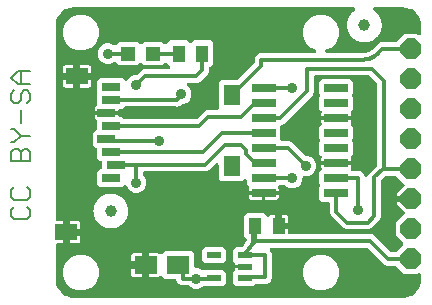
<source format=gbr>
G04 EAGLE Gerber X2 export*
%TF.Part,Single*%
%TF.FileFunction,Copper,L1,Top,Mixed*%
%TF.FilePolarity,Positive*%
%TF.GenerationSoftware,Autodesk,EAGLE,9.1.0*%
%TF.CreationDate,2018-08-21T06:48:51Z*%
G75*
%MOMM*%
%FSLAX34Y34*%
%LPD*%
%AMOC8*
5,1,8,0,0,1.08239X$1,22.5*%
G01*
%ADD10C,0.152400*%
%ADD11R,2.032000X0.660400*%
%ADD12R,1.900000X1.400000*%
%ADD13R,1.400000X1.800000*%
%ADD14R,1.500000X0.700000*%
%ADD15R,1.200000X0.550000*%
%ADD16R,1.950000X1.500000*%
%ADD17R,1.100000X1.400000*%
%ADD18P,1.924489X8X202.500000*%
%ADD19R,1.200000X1.200000*%
%ADD20C,1.000000*%
%ADD21C,0.304800*%
%ADD22C,0.906400*%

G36*
X298492Y4070D02*
X298492Y4070D01*
X298570Y4069D01*
X300675Y4235D01*
X300732Y4246D01*
X300789Y4248D01*
X300999Y4298D01*
X301017Y4302D01*
X301021Y4304D01*
X301027Y4305D01*
X305032Y5607D01*
X305138Y5655D01*
X305248Y5696D01*
X305312Y5734D01*
X305349Y5751D01*
X305384Y5779D01*
X305457Y5823D01*
X308864Y8299D01*
X308951Y8378D01*
X309042Y8450D01*
X309091Y8506D01*
X309121Y8534D01*
X309146Y8571D01*
X309201Y8636D01*
X311677Y12043D01*
X311735Y12145D01*
X311799Y12242D01*
X311828Y12311D01*
X311848Y12347D01*
X311861Y12389D01*
X311893Y12468D01*
X313195Y16473D01*
X313206Y16529D01*
X313226Y16583D01*
X313260Y16797D01*
X313264Y16815D01*
X313264Y16819D01*
X313265Y16825D01*
X313431Y18930D01*
X313429Y18973D01*
X313435Y19050D01*
X313435Y23467D01*
X313424Y23567D01*
X313422Y23667D01*
X313404Y23739D01*
X313395Y23813D01*
X313361Y23908D01*
X313337Y24005D01*
X313303Y24071D01*
X313278Y24141D01*
X313223Y24226D01*
X313177Y24315D01*
X313129Y24372D01*
X313089Y24434D01*
X313017Y24504D01*
X312952Y24580D01*
X312892Y24625D01*
X312838Y24676D01*
X312752Y24728D01*
X312671Y24788D01*
X312603Y24817D01*
X312539Y24855D01*
X312443Y24886D01*
X312351Y24926D01*
X312278Y24939D01*
X312207Y24961D01*
X312107Y24970D01*
X312008Y24987D01*
X311934Y24983D01*
X311860Y24989D01*
X311760Y24975D01*
X311660Y24969D01*
X311589Y24949D01*
X311515Y24938D01*
X311422Y24901D01*
X311325Y24873D01*
X311260Y24837D01*
X311191Y24809D01*
X311109Y24752D01*
X311021Y24703D01*
X310945Y24637D01*
X310905Y24610D01*
X310881Y24584D01*
X310835Y24544D01*
X310166Y23875D01*
X299434Y23875D01*
X292514Y30795D01*
X292415Y30874D01*
X292321Y30958D01*
X292279Y30982D01*
X292241Y31012D01*
X292127Y31066D01*
X292016Y31127D01*
X291970Y31140D01*
X291926Y31161D01*
X291803Y31187D01*
X291681Y31222D01*
X291620Y31227D01*
X291585Y31234D01*
X291537Y31233D01*
X291437Y31241D01*
X284638Y31241D01*
X282584Y32092D01*
X268641Y46035D01*
X268542Y46114D01*
X268448Y46198D01*
X268406Y46222D01*
X268368Y46252D01*
X268254Y46306D01*
X268143Y46367D01*
X268097Y46380D01*
X268053Y46401D01*
X267930Y46427D01*
X267808Y46462D01*
X267747Y46467D01*
X267712Y46474D01*
X267664Y46473D01*
X267564Y46481D01*
X186690Y46481D01*
X186590Y46470D01*
X186490Y46468D01*
X186418Y46450D01*
X186344Y46441D01*
X186249Y46407D01*
X186152Y46383D01*
X186086Y46349D01*
X186016Y46324D01*
X185931Y46269D01*
X185842Y46223D01*
X185785Y46175D01*
X185723Y46135D01*
X185653Y46063D01*
X185576Y45998D01*
X185532Y45938D01*
X185481Y45884D01*
X185429Y45798D01*
X185369Y45717D01*
X185340Y45649D01*
X185302Y45585D01*
X185271Y45490D01*
X185231Y45397D01*
X185218Y45324D01*
X185195Y45253D01*
X185187Y45153D01*
X185170Y45054D01*
X185173Y44980D01*
X185167Y44906D01*
X185182Y44806D01*
X185188Y44706D01*
X185208Y44635D01*
X185219Y44561D01*
X185256Y44468D01*
X185284Y44371D01*
X185320Y44306D01*
X185348Y44237D01*
X185405Y44155D01*
X185454Y44067D01*
X185519Y43991D01*
X185547Y43951D01*
X185573Y43927D01*
X185613Y43881D01*
X186348Y43146D01*
X187199Y41092D01*
X187199Y20478D01*
X186348Y18424D01*
X184776Y16852D01*
X182722Y16001D01*
X174281Y16001D01*
X174155Y15987D01*
X174029Y15980D01*
X173982Y15967D01*
X173934Y15961D01*
X173815Y15919D01*
X173694Y15884D01*
X173652Y15860D01*
X173606Y15844D01*
X173500Y15775D01*
X173390Y15714D01*
X173344Y15674D01*
X173314Y15655D01*
X173280Y15620D01*
X173204Y15555D01*
X171814Y14165D01*
X156446Y14165D01*
X154065Y16546D01*
X154065Y25414D01*
X155143Y26492D01*
X155222Y26591D01*
X155306Y26684D01*
X155330Y26727D01*
X155360Y26765D01*
X155414Y26879D01*
X155475Y26989D01*
X155488Y27036D01*
X155509Y27080D01*
X155535Y27203D01*
X155570Y27325D01*
X155575Y27386D01*
X155582Y27420D01*
X155581Y27468D01*
X155589Y27569D01*
X155589Y28957D01*
X164130Y28957D01*
X164156Y28960D01*
X164182Y28957D01*
X164329Y28979D01*
X164476Y28996D01*
X164501Y29005D01*
X164527Y29009D01*
X164664Y29064D01*
X164804Y29114D01*
X164826Y29128D01*
X164850Y29138D01*
X164972Y29222D01*
X165097Y29303D01*
X165115Y29322D01*
X165137Y29337D01*
X165236Y29447D01*
X165339Y29554D01*
X165352Y29576D01*
X165370Y29596D01*
X165442Y29726D01*
X165518Y29853D01*
X165526Y29878D01*
X165539Y29901D01*
X165579Y30044D01*
X165624Y30185D01*
X165626Y30211D01*
X165633Y30236D01*
X165653Y30480D01*
X165650Y30506D01*
X165652Y30532D01*
X165630Y30679D01*
X165613Y30826D01*
X165604Y30851D01*
X165600Y30877D01*
X165546Y31015D01*
X165496Y31154D01*
X165481Y31177D01*
X165472Y31201D01*
X165387Y31322D01*
X165307Y31447D01*
X165288Y31466D01*
X165273Y31487D01*
X165163Y31586D01*
X165056Y31689D01*
X165033Y31703D01*
X165014Y31720D01*
X164884Y31792D01*
X164757Y31868D01*
X164732Y31876D01*
X164709Y31889D01*
X164566Y31929D01*
X164425Y31975D01*
X164399Y31977D01*
X164373Y31984D01*
X164130Y32003D01*
X155589Y32003D01*
X155589Y33391D01*
X155575Y33517D01*
X155568Y33643D01*
X155555Y33690D01*
X155549Y33738D01*
X155507Y33857D01*
X155472Y33978D01*
X155448Y34020D01*
X155432Y34066D01*
X155363Y34172D01*
X155302Y34282D01*
X155262Y34328D01*
X155243Y34358D01*
X155208Y34392D01*
X155143Y34468D01*
X154065Y35546D01*
X154065Y44414D01*
X156446Y46795D01*
X161133Y46795D01*
X161200Y46802D01*
X161267Y46801D01*
X161373Y46822D01*
X161480Y46835D01*
X161543Y46857D01*
X161609Y46871D01*
X161706Y46916D01*
X161808Y46952D01*
X161864Y46989D01*
X161925Y47017D01*
X162010Y47083D01*
X162100Y47141D01*
X162147Y47189D01*
X162200Y47231D01*
X162315Y47364D01*
X162343Y47392D01*
X162349Y47402D01*
X162361Y47416D01*
X165565Y51774D01*
X165571Y51784D01*
X165578Y51792D01*
X165657Y51935D01*
X165738Y52076D01*
X165741Y52087D01*
X165747Y52097D01*
X165791Y52254D01*
X165838Y52410D01*
X165839Y52422D01*
X165842Y52432D01*
X165861Y52676D01*
X165861Y52909D01*
X165847Y53035D01*
X165840Y53161D01*
X165827Y53208D01*
X165821Y53256D01*
X165779Y53375D01*
X165744Y53496D01*
X165720Y53538D01*
X165704Y53584D01*
X165635Y53690D01*
X165574Y53800D01*
X165534Y53846D01*
X165515Y53876D01*
X165480Y53910D01*
X165415Y53986D01*
X163315Y56086D01*
X163315Y73454D01*
X165696Y75835D01*
X180064Y75835D01*
X182634Y73264D01*
X182670Y73209D01*
X182731Y73099D01*
X182764Y73063D01*
X182791Y73021D01*
X182881Y72934D01*
X182965Y72842D01*
X183006Y72813D01*
X183042Y72779D01*
X183149Y72714D01*
X183252Y72644D01*
X183298Y72625D01*
X183341Y72600D01*
X183460Y72562D01*
X183576Y72516D01*
X183626Y72509D01*
X183673Y72494D01*
X183797Y72484D01*
X183921Y72466D01*
X183971Y72470D01*
X184020Y72466D01*
X184144Y72484D01*
X184269Y72495D01*
X184316Y72510D01*
X184365Y72517D01*
X184481Y72564D01*
X184600Y72602D01*
X184643Y72628D01*
X184689Y72646D01*
X184791Y72718D01*
X184899Y72782D01*
X184934Y72817D01*
X184975Y72845D01*
X185059Y72938D01*
X185148Y73025D01*
X185184Y73077D01*
X185208Y73104D01*
X185231Y73146D01*
X185287Y73227D01*
X185347Y73330D01*
X185820Y73803D01*
X186399Y74138D01*
X187045Y74311D01*
X190131Y74311D01*
X190131Y65996D01*
X190134Y65970D01*
X190132Y65944D01*
X190154Y65797D01*
X190171Y65650D01*
X190179Y65625D01*
X190183Y65599D01*
X190238Y65462D01*
X190288Y65322D01*
X190302Y65300D01*
X190312Y65275D01*
X190397Y65154D01*
X190477Y65029D01*
X190496Y65011D01*
X190511Y64989D01*
X190621Y64890D01*
X190728Y64787D01*
X190750Y64773D01*
X190770Y64756D01*
X190900Y64684D01*
X191027Y64608D01*
X191052Y64600D01*
X191075Y64587D01*
X191218Y64547D01*
X191359Y64502D01*
X191385Y64500D01*
X191410Y64493D01*
X191654Y64473D01*
X192583Y64473D01*
X192583Y63544D01*
X192586Y63518D01*
X192584Y63492D01*
X192606Y63345D01*
X192623Y63198D01*
X192632Y63173D01*
X192636Y63147D01*
X192690Y63009D01*
X192740Y62870D01*
X192755Y62848D01*
X192764Y62823D01*
X192849Y62702D01*
X192929Y62577D01*
X192948Y62559D01*
X192963Y62537D01*
X193073Y62438D01*
X193180Y62335D01*
X193203Y62321D01*
X193222Y62304D01*
X193352Y62232D01*
X193479Y62156D01*
X193504Y62148D01*
X193527Y62135D01*
X193670Y62095D01*
X193811Y62050D01*
X193837Y62047D01*
X193862Y62040D01*
X194106Y62021D01*
X200921Y62021D01*
X200921Y59182D01*
X200924Y59156D01*
X200922Y59130D01*
X200944Y58982D01*
X200961Y58836D01*
X200969Y58811D01*
X200973Y58785D01*
X201028Y58647D01*
X201078Y58508D01*
X201092Y58486D01*
X201102Y58461D01*
X201187Y58340D01*
X201267Y58215D01*
X201286Y58197D01*
X201301Y58175D01*
X201411Y58076D01*
X201518Y57973D01*
X201540Y57959D01*
X201560Y57942D01*
X201690Y57870D01*
X201817Y57794D01*
X201842Y57786D01*
X201865Y57773D01*
X202008Y57733D01*
X202149Y57688D01*
X202175Y57686D01*
X202200Y57678D01*
X202444Y57659D01*
X271622Y57659D01*
X273676Y56808D01*
X275462Y55022D01*
X275462Y55021D01*
X287619Y42865D01*
X287718Y42786D01*
X287812Y42702D01*
X287854Y42678D01*
X287892Y42648D01*
X288006Y42594D01*
X288117Y42533D01*
X288163Y42520D01*
X288207Y42499D01*
X288330Y42473D01*
X288452Y42438D01*
X288513Y42433D01*
X288548Y42426D01*
X288596Y42427D01*
X288696Y42419D01*
X291437Y42419D01*
X291563Y42433D01*
X291689Y42440D01*
X291735Y42453D01*
X291783Y42459D01*
X291902Y42501D01*
X292024Y42536D01*
X292066Y42560D01*
X292111Y42576D01*
X292218Y42645D01*
X292328Y42706D01*
X292374Y42746D01*
X292404Y42765D01*
X292438Y42800D01*
X292514Y42865D01*
X298102Y48453D01*
X298118Y48473D01*
X298138Y48490D01*
X298227Y48610D01*
X298319Y48726D01*
X298330Y48750D01*
X298346Y48771D01*
X298404Y48907D01*
X298468Y49041D01*
X298473Y49067D01*
X298484Y49091D01*
X298510Y49237D01*
X298541Y49382D01*
X298541Y49408D01*
X298545Y49434D01*
X298538Y49582D01*
X298535Y49730D01*
X298529Y49756D01*
X298527Y49782D01*
X298486Y49924D01*
X298450Y50068D01*
X298438Y50091D01*
X298431Y50117D01*
X298358Y50246D01*
X298290Y50378D01*
X298273Y50398D01*
X298261Y50421D01*
X298102Y50607D01*
X291845Y56864D01*
X291845Y67596D01*
X299180Y74931D01*
X299196Y74951D01*
X299216Y74968D01*
X299304Y75088D01*
X299396Y75204D01*
X299408Y75227D01*
X299423Y75248D01*
X299482Y75385D01*
X299545Y75519D01*
X299551Y75544D01*
X299561Y75568D01*
X299588Y75715D01*
X299619Y75859D01*
X299618Y75885D01*
X299623Y75911D01*
X299615Y76060D01*
X299613Y76208D01*
X299606Y76233D01*
X299605Y76259D01*
X299564Y76402D01*
X299528Y76546D01*
X299516Y76569D01*
X299508Y76594D01*
X299436Y76724D01*
X299368Y76856D01*
X299351Y76876D01*
X299338Y76898D01*
X299180Y77085D01*
X293369Y82895D01*
X293369Y85091D01*
X303784Y85091D01*
X303810Y85094D01*
X303836Y85092D01*
X303983Y85114D01*
X304130Y85131D01*
X304155Y85139D01*
X304181Y85143D01*
X304318Y85198D01*
X304458Y85248D01*
X304480Y85262D01*
X304505Y85272D01*
X304626Y85357D01*
X304751Y85437D01*
X304769Y85456D01*
X304791Y85471D01*
X304890Y85581D01*
X304993Y85688D01*
X305007Y85710D01*
X305024Y85730D01*
X305096Y85860D01*
X305172Y85987D01*
X305180Y86012D01*
X305193Y86035D01*
X305233Y86178D01*
X305278Y86319D01*
X305280Y86345D01*
X305287Y86370D01*
X305307Y86614D01*
X305307Y88646D01*
X305304Y88672D01*
X305306Y88698D01*
X305284Y88845D01*
X305267Y88992D01*
X305258Y89017D01*
X305254Y89043D01*
X305200Y89181D01*
X305150Y89320D01*
X305135Y89342D01*
X305126Y89367D01*
X305041Y89488D01*
X304961Y89613D01*
X304942Y89631D01*
X304927Y89653D01*
X304817Y89752D01*
X304710Y89855D01*
X304687Y89869D01*
X304668Y89886D01*
X304538Y89958D01*
X304411Y90034D01*
X304386Y90042D01*
X304363Y90055D01*
X304220Y90095D01*
X304079Y90140D01*
X304053Y90142D01*
X304028Y90150D01*
X303784Y90169D01*
X293369Y90169D01*
X293369Y92365D01*
X299180Y98175D01*
X299196Y98196D01*
X299216Y98213D01*
X299304Y98332D01*
X299396Y98448D01*
X299408Y98472D01*
X299423Y98493D01*
X299482Y98629D01*
X299545Y98763D01*
X299551Y98789D01*
X299561Y98813D01*
X299588Y98959D01*
X299619Y99104D01*
X299618Y99130D01*
X299623Y99156D01*
X299615Y99305D01*
X299613Y99453D01*
X299606Y99478D01*
X299605Y99504D01*
X299564Y99647D01*
X299528Y99791D01*
X299516Y99814D01*
X299508Y99839D01*
X299436Y99969D01*
X299368Y100100D01*
X299351Y100120D01*
X299338Y100143D01*
X299180Y100329D01*
X292514Y106995D01*
X292415Y107074D01*
X292321Y107158D01*
X292279Y107182D01*
X292241Y107212D01*
X292127Y107266D01*
X292016Y107327D01*
X291970Y107340D01*
X291926Y107361D01*
X291803Y107387D01*
X291681Y107422D01*
X291620Y107427D01*
X291585Y107434D01*
X291537Y107433D01*
X291437Y107441D01*
X283921Y107441D01*
X283795Y107427D01*
X283669Y107420D01*
X283623Y107407D01*
X283575Y107401D01*
X283456Y107359D01*
X283334Y107324D01*
X283292Y107300D01*
X283247Y107284D01*
X283140Y107215D01*
X283030Y107154D01*
X282984Y107114D01*
X282954Y107095D01*
X282920Y107060D01*
X282844Y106995D01*
X279847Y103998D01*
X279768Y103899D01*
X279684Y103805D01*
X279660Y103763D01*
X279630Y103725D01*
X279576Y103611D01*
X279515Y103500D01*
X279502Y103454D01*
X279481Y103410D01*
X279455Y103287D01*
X279420Y103165D01*
X279415Y103104D01*
X279408Y103069D01*
X279409Y103021D01*
X279401Y102921D01*
X279401Y72040D01*
X278550Y69986D01*
X271288Y62724D01*
X269234Y61873D01*
X250043Y61873D01*
X247989Y62724D01*
X236816Y73897D01*
X235965Y75951D01*
X235965Y83820D01*
X235962Y83846D01*
X235964Y83872D01*
X235942Y84019D01*
X235925Y84166D01*
X235917Y84191D01*
X235913Y84217D01*
X235858Y84355D01*
X235808Y84494D01*
X235794Y84516D01*
X235784Y84541D01*
X235699Y84662D01*
X235619Y84787D01*
X235600Y84805D01*
X235585Y84827D01*
X235475Y84926D01*
X235368Y85029D01*
X235346Y85043D01*
X235326Y85060D01*
X235196Y85132D01*
X235069Y85208D01*
X235044Y85216D01*
X235021Y85229D01*
X234878Y85269D01*
X234737Y85314D01*
X234711Y85316D01*
X234686Y85324D01*
X234442Y85343D01*
X229710Y85343D01*
X227329Y87724D01*
X227329Y97696D01*
X227616Y97983D01*
X227633Y98003D01*
X227653Y98020D01*
X227741Y98140D01*
X227833Y98256D01*
X227844Y98280D01*
X227860Y98301D01*
X227919Y98437D01*
X227982Y98571D01*
X227988Y98597D01*
X227998Y98621D01*
X228024Y98767D01*
X228055Y98912D01*
X228055Y98938D01*
X228060Y98964D01*
X228052Y99112D01*
X228049Y99260D01*
X228043Y99286D01*
X228042Y99312D01*
X228001Y99454D01*
X227964Y99598D01*
X227952Y99621D01*
X227945Y99647D01*
X227873Y99776D01*
X227805Y99908D01*
X227788Y99928D01*
X227775Y99951D01*
X227616Y100137D01*
X227329Y100424D01*
X227329Y110396D01*
X228835Y111901D01*
X228836Y111902D01*
X228837Y111903D01*
X228941Y112035D01*
X229051Y112174D01*
X229052Y112175D01*
X229053Y112177D01*
X229125Y112330D01*
X229200Y112489D01*
X229201Y112491D01*
X229201Y112492D01*
X229238Y112663D01*
X229274Y112830D01*
X229274Y112831D01*
X229274Y112833D01*
X229271Y113008D01*
X229268Y113178D01*
X229267Y113180D01*
X229267Y113181D01*
X229227Y113342D01*
X229183Y113516D01*
X229182Y113518D01*
X229182Y113519D01*
X229077Y113740D01*
X229026Y113827D01*
X228853Y114473D01*
X228853Y116460D01*
X241427Y116460D01*
X241453Y116463D01*
X241479Y116461D01*
X241546Y116471D01*
X241681Y116460D01*
X254255Y116460D01*
X254255Y114473D01*
X254082Y113827D01*
X254031Y113740D01*
X254031Y113739D01*
X254030Y113738D01*
X253959Y113573D01*
X253893Y113420D01*
X253892Y113419D01*
X253892Y113418D01*
X253860Y113243D01*
X253830Y113077D01*
X253830Y113076D01*
X253830Y113074D01*
X253839Y112900D01*
X253848Y112729D01*
X253848Y112728D01*
X253848Y112726D01*
X253897Y112558D01*
X253943Y112394D01*
X253944Y112393D01*
X253945Y112392D01*
X254032Y112236D01*
X254113Y112090D01*
X254114Y112089D01*
X254115Y112087D01*
X254273Y111901D01*
X254730Y111445D01*
X254829Y111366D01*
X254922Y111282D01*
X254965Y111258D01*
X255003Y111228D01*
X255117Y111174D01*
X255227Y111113D01*
X255274Y111100D01*
X255318Y111079D01*
X255441Y111053D01*
X255563Y111018D01*
X255623Y111013D01*
X255658Y111006D01*
X255707Y111007D01*
X255807Y110999D01*
X261462Y110999D01*
X263516Y110148D01*
X265088Y108576D01*
X265579Y107390D01*
X265628Y107302D01*
X265668Y107210D01*
X265712Y107150D01*
X265748Y107085D01*
X265816Y107011D01*
X265876Y106930D01*
X265933Y106882D01*
X265983Y106827D01*
X266065Y106770D01*
X266142Y106705D01*
X266208Y106671D01*
X266269Y106629D01*
X266362Y106592D01*
X266452Y106546D01*
X266524Y106528D01*
X266593Y106501D01*
X266693Y106487D01*
X266790Y106462D01*
X266865Y106461D01*
X266938Y106450D01*
X267038Y106459D01*
X267139Y106457D01*
X267211Y106473D01*
X267286Y106479D01*
X267381Y106510D01*
X267479Y106532D01*
X267546Y106564D01*
X267617Y106586D01*
X267703Y106638D01*
X267794Y106681D01*
X267852Y106728D01*
X267916Y106766D01*
X267988Y106836D01*
X268066Y106899D01*
X268112Y106957D01*
X268166Y107009D01*
X268220Y107093D01*
X268282Y107172D01*
X268328Y107262D01*
X268354Y107302D01*
X268366Y107336D01*
X268394Y107390D01*
X269074Y109033D01*
X275905Y115864D01*
X275984Y115963D01*
X276068Y116057D01*
X276092Y116099D01*
X276122Y116137D01*
X276176Y116251D01*
X276237Y116362D01*
X276250Y116408D01*
X276271Y116452D01*
X276297Y116575D01*
X276332Y116697D01*
X276337Y116758D01*
X276344Y116793D01*
X276343Y116841D01*
X276351Y116941D01*
X276351Y185014D01*
X276337Y185140D01*
X276330Y185266D01*
X276317Y185312D01*
X276311Y185360D01*
X276269Y185479D01*
X276234Y185601D01*
X276210Y185643D01*
X276194Y185688D01*
X276125Y185795D01*
X276064Y185905D01*
X276024Y185951D01*
X276005Y185981D01*
X275970Y186015D01*
X275905Y186091D01*
X269911Y192085D01*
X269812Y192164D01*
X269718Y192248D01*
X269676Y192272D01*
X269638Y192302D01*
X269524Y192356D01*
X269413Y192417D01*
X269367Y192430D01*
X269323Y192451D01*
X269200Y192477D01*
X269078Y192512D01*
X269017Y192517D01*
X268982Y192524D01*
X268934Y192523D01*
X268834Y192531D01*
X224282Y192531D01*
X224256Y192528D01*
X224230Y192530D01*
X224083Y192508D01*
X223936Y192491D01*
X223911Y192483D01*
X223885Y192479D01*
X223747Y192424D01*
X223608Y192374D01*
X223586Y192360D01*
X223561Y192350D01*
X223440Y192265D01*
X223315Y192185D01*
X223297Y192166D01*
X223275Y192151D01*
X223176Y192041D01*
X223073Y191934D01*
X223059Y191912D01*
X223042Y191892D01*
X222970Y191762D01*
X222894Y191635D01*
X222886Y191610D01*
X222873Y191587D01*
X222833Y191444D01*
X222788Y191303D01*
X222786Y191277D01*
X222778Y191252D01*
X222759Y191008D01*
X222759Y177958D01*
X221908Y175904D01*
X197476Y151472D01*
X195239Y150546D01*
X195107Y150472D01*
X194973Y150403D01*
X194955Y150388D01*
X194935Y150376D01*
X194822Y150274D01*
X194707Y150176D01*
X194694Y150158D01*
X194676Y150142D01*
X194590Y150017D01*
X194501Y149896D01*
X194491Y149875D01*
X194478Y149856D01*
X194423Y149715D01*
X194363Y149576D01*
X194359Y149553D01*
X194350Y149531D01*
X194328Y149382D01*
X194302Y149233D01*
X194303Y149210D01*
X194300Y149187D01*
X194311Y149054D01*
X194311Y137922D01*
X194314Y137896D01*
X194312Y137870D01*
X194334Y137723D01*
X194351Y137576D01*
X194359Y137551D01*
X194363Y137525D01*
X194418Y137387D01*
X194468Y137248D01*
X194482Y137226D01*
X194492Y137201D01*
X194577Y137080D01*
X194657Y136955D01*
X194676Y136937D01*
X194691Y136915D01*
X194801Y136816D01*
X194908Y136713D01*
X194930Y136699D01*
X194950Y136682D01*
X195080Y136610D01*
X195207Y136534D01*
X195232Y136526D01*
X195255Y136513D01*
X195398Y136473D01*
X195539Y136428D01*
X195565Y136426D01*
X195590Y136418D01*
X195834Y136399D01*
X201772Y136399D01*
X203826Y135548D01*
X214761Y124613D01*
X214860Y124534D01*
X214954Y124450D01*
X214996Y124426D01*
X215034Y124396D01*
X215148Y124342D01*
X215259Y124281D01*
X215305Y124268D01*
X215349Y124247D01*
X215472Y124221D01*
X215594Y124186D01*
X215655Y124181D01*
X215690Y124174D01*
X215738Y124175D01*
X215838Y124167D01*
X217610Y124167D01*
X220445Y122993D01*
X220770Y122858D01*
X223188Y120440D01*
X224497Y117280D01*
X224497Y113860D01*
X223188Y110700D01*
X220770Y108282D01*
X217610Y106973D01*
X214590Y106973D01*
X214564Y106970D01*
X214538Y106972D01*
X214391Y106950D01*
X214244Y106933D01*
X214219Y106925D01*
X214193Y106921D01*
X214055Y106866D01*
X213916Y106816D01*
X213894Y106802D01*
X213869Y106792D01*
X213748Y106707D01*
X213623Y106627D01*
X213605Y106608D01*
X213583Y106593D01*
X213484Y106483D01*
X213381Y106376D01*
X213367Y106354D01*
X213350Y106334D01*
X213278Y106204D01*
X213202Y106077D01*
X213194Y106052D01*
X213181Y106029D01*
X213141Y105886D01*
X213096Y105745D01*
X213094Y105719D01*
X213086Y105694D01*
X213067Y105450D01*
X213067Y103700D01*
X211758Y100540D01*
X209340Y98122D01*
X206180Y96813D01*
X202760Y96813D01*
X199600Y98122D01*
X198347Y99375D01*
X198248Y99454D01*
X198154Y99538D01*
X198112Y99562D01*
X198074Y99592D01*
X197960Y99646D01*
X197849Y99707D01*
X197803Y99720D01*
X197759Y99741D01*
X197636Y99767D01*
X197514Y99802D01*
X197453Y99807D01*
X197418Y99814D01*
X197370Y99813D01*
X197270Y99821D01*
X194339Y99821D01*
X194213Y99807D01*
X194087Y99800D01*
X194040Y99787D01*
X193992Y99781D01*
X193873Y99739D01*
X193752Y99704D01*
X193710Y99680D01*
X193664Y99664D01*
X193558Y99595D01*
X193448Y99534D01*
X193402Y99494D01*
X193372Y99475D01*
X193338Y99440D01*
X193262Y99375D01*
X192805Y98919D01*
X192804Y98918D01*
X192803Y98917D01*
X192693Y98777D01*
X192589Y98646D01*
X192588Y98645D01*
X192587Y98643D01*
X192513Y98486D01*
X192440Y98331D01*
X192439Y98329D01*
X192439Y98328D01*
X192403Y98160D01*
X192366Y97990D01*
X192366Y97989D01*
X192366Y97987D01*
X192369Y97820D01*
X192372Y97642D01*
X192373Y97640D01*
X192373Y97639D01*
X192418Y97462D01*
X192457Y97304D01*
X192458Y97302D01*
X192458Y97301D01*
X192563Y97080D01*
X192614Y96993D01*
X192787Y96347D01*
X192787Y94360D01*
X180213Y94360D01*
X180187Y94357D01*
X180161Y94359D01*
X180094Y94349D01*
X179959Y94360D01*
X167385Y94360D01*
X167385Y96347D01*
X167558Y96993D01*
X167609Y97080D01*
X167609Y97081D01*
X167610Y97082D01*
X167678Y97239D01*
X167747Y97400D01*
X167748Y97401D01*
X167748Y97402D01*
X167778Y97567D01*
X167810Y97743D01*
X167810Y97744D01*
X167810Y97745D01*
X167801Y97919D01*
X167792Y98091D01*
X167792Y98092D01*
X167792Y98094D01*
X167745Y98256D01*
X167697Y98426D01*
X167696Y98427D01*
X167695Y98428D01*
X167608Y98584D01*
X167527Y98730D01*
X167526Y98731D01*
X167525Y98733D01*
X167367Y98919D01*
X165861Y100424D01*
X165861Y102935D01*
X165850Y103035D01*
X165848Y103136D01*
X165830Y103208D01*
X165821Y103282D01*
X165788Y103376D01*
X165763Y103474D01*
X165729Y103540D01*
X165704Y103610D01*
X165649Y103694D01*
X165603Y103783D01*
X165555Y103840D01*
X165515Y103903D01*
X165443Y103972D01*
X165378Y104049D01*
X165318Y104093D01*
X165264Y104145D01*
X165178Y104196D01*
X165097Y104256D01*
X165029Y104285D01*
X164965Y104324D01*
X164869Y104354D01*
X164777Y104394D01*
X164704Y104407D01*
X164633Y104430D01*
X164533Y104438D01*
X164434Y104456D01*
X164360Y104452D01*
X164286Y104458D01*
X164186Y104443D01*
X164086Y104438D01*
X164015Y104417D01*
X163941Y104406D01*
X163848Y104369D01*
X163751Y104341D01*
X163686Y104305D01*
X163617Y104277D01*
X163535Y104220D01*
X163447Y104171D01*
X163371Y104106D01*
X163331Y104078D01*
X163307Y104052D01*
X163261Y104013D01*
X161764Y102515D01*
X144396Y102515D01*
X142015Y104896D01*
X142015Y116464D01*
X142004Y116564D01*
X142002Y116664D01*
X141984Y116736D01*
X141975Y116810D01*
X141942Y116905D01*
X141917Y117002D01*
X141883Y117068D01*
X141858Y117138D01*
X141803Y117223D01*
X141757Y117312D01*
X141709Y117369D01*
X141669Y117431D01*
X141597Y117501D01*
X141532Y117578D01*
X141472Y117622D01*
X141418Y117673D01*
X141332Y117725D01*
X141251Y117785D01*
X141183Y117814D01*
X141119Y117852D01*
X141023Y117883D01*
X140931Y117923D01*
X140858Y117936D01*
X140787Y117959D01*
X140687Y117967D01*
X140588Y117984D01*
X140514Y117981D01*
X140440Y117987D01*
X140340Y117972D01*
X140240Y117966D01*
X140169Y117946D01*
X140095Y117935D01*
X140002Y117898D01*
X139905Y117870D01*
X139840Y117834D01*
X139771Y117806D01*
X139689Y117749D01*
X139601Y117700D01*
X139525Y117635D01*
X139485Y117607D01*
X139461Y117581D01*
X139415Y117541D01*
X133716Y111842D01*
X131662Y110991D01*
X79502Y110991D01*
X79476Y110988D01*
X79450Y110990D01*
X79303Y110968D01*
X79156Y110951D01*
X79131Y110943D01*
X79105Y110939D01*
X78967Y110884D01*
X78828Y110834D01*
X78806Y110820D01*
X78781Y110810D01*
X78660Y110725D01*
X78535Y110645D01*
X78517Y110626D01*
X78495Y110611D01*
X78396Y110501D01*
X78293Y110394D01*
X78279Y110372D01*
X78262Y110352D01*
X78190Y110222D01*
X78114Y110095D01*
X78106Y110070D01*
X78093Y110047D01*
X78053Y109904D01*
X78008Y109763D01*
X78006Y109737D01*
X77998Y109712D01*
X77979Y109468D01*
X77979Y108800D01*
X77993Y108674D01*
X78000Y108548D01*
X78013Y108502D01*
X78019Y108454D01*
X78061Y108335D01*
X78096Y108213D01*
X78120Y108171D01*
X78136Y108125D01*
X78205Y108019D01*
X78266Y107909D01*
X78306Y107863D01*
X78325Y107833D01*
X78360Y107799D01*
X78425Y107723D01*
X79678Y106470D01*
X80987Y103310D01*
X80987Y99890D01*
X79678Y96730D01*
X77260Y94312D01*
X74100Y93003D01*
X70680Y93003D01*
X67520Y94312D01*
X65102Y96730D01*
X64181Y98954D01*
X64108Y99085D01*
X64039Y99219D01*
X64023Y99237D01*
X64012Y99259D01*
X63910Y99370D01*
X63813Y99484D01*
X63794Y99499D01*
X63778Y99517D01*
X63654Y99602D01*
X63533Y99692D01*
X63511Y99701D01*
X63491Y99715D01*
X63351Y99770D01*
X63213Y99830D01*
X63189Y99834D01*
X63167Y99843D01*
X63018Y99865D01*
X62870Y99891D01*
X62846Y99890D01*
X62822Y99894D01*
X62672Y99881D01*
X62522Y99873D01*
X62499Y99867D01*
X62475Y99865D01*
X62331Y99818D01*
X62187Y99777D01*
X62166Y99765D01*
X62143Y99758D01*
X62014Y99680D01*
X61883Y99607D01*
X61861Y99588D01*
X61844Y99578D01*
X61811Y99545D01*
X61697Y99448D01*
X60264Y98015D01*
X41896Y98015D01*
X39515Y100396D01*
X39515Y110764D01*
X41896Y113145D01*
X41992Y113145D01*
X42018Y113148D01*
X42044Y113146D01*
X42191Y113168D01*
X42338Y113185D01*
X42363Y113193D01*
X42389Y113197D01*
X42527Y113252D01*
X42666Y113302D01*
X42688Y113316D01*
X42713Y113326D01*
X42834Y113411D01*
X42959Y113491D01*
X42977Y113510D01*
X42999Y113525D01*
X43098Y113635D01*
X43201Y113742D01*
X43215Y113764D01*
X43232Y113784D01*
X43304Y113914D01*
X43380Y114041D01*
X43388Y114066D01*
X43401Y114089D01*
X43441Y114232D01*
X43486Y114373D01*
X43488Y114399D01*
X43496Y114424D01*
X43515Y114668D01*
X43515Y118492D01*
X43512Y118518D01*
X43514Y118544D01*
X43492Y118691D01*
X43475Y118838D01*
X43467Y118863D01*
X43463Y118889D01*
X43408Y119027D01*
X43358Y119166D01*
X43344Y119188D01*
X43334Y119213D01*
X43249Y119334D01*
X43169Y119459D01*
X43150Y119477D01*
X43135Y119499D01*
X43025Y119598D01*
X42918Y119701D01*
X42896Y119715D01*
X42876Y119732D01*
X42746Y119804D01*
X42619Y119880D01*
X42594Y119888D01*
X42571Y119901D01*
X42428Y119941D01*
X42287Y119986D01*
X42261Y119988D01*
X42236Y119996D01*
X41992Y120015D01*
X41896Y120015D01*
X39515Y122396D01*
X39515Y129492D01*
X39512Y129518D01*
X39514Y129544D01*
X39492Y129691D01*
X39475Y129838D01*
X39467Y129863D01*
X39463Y129889D01*
X39408Y130027D01*
X39358Y130166D01*
X39344Y130188D01*
X39334Y130213D01*
X39249Y130334D01*
X39169Y130459D01*
X39150Y130477D01*
X39135Y130499D01*
X39025Y130598D01*
X38918Y130701D01*
X38896Y130715D01*
X38876Y130732D01*
X38746Y130804D01*
X38619Y130880D01*
X38594Y130888D01*
X38571Y130901D01*
X38428Y130941D01*
X38287Y130986D01*
X38261Y130988D01*
X38236Y130996D01*
X37992Y131015D01*
X37896Y131015D01*
X35515Y133396D01*
X35515Y143764D01*
X37896Y146145D01*
X37992Y146145D01*
X38018Y146148D01*
X38044Y146146D01*
X38191Y146168D01*
X38338Y146185D01*
X38363Y146193D01*
X38389Y146197D01*
X38527Y146252D01*
X38666Y146302D01*
X38688Y146316D01*
X38713Y146326D01*
X38834Y146411D01*
X38959Y146491D01*
X38977Y146510D01*
X38999Y146525D01*
X39098Y146635D01*
X39201Y146742D01*
X39215Y146764D01*
X39232Y146784D01*
X39304Y146914D01*
X39380Y147041D01*
X39388Y147066D01*
X39401Y147089D01*
X39441Y147232D01*
X39486Y147373D01*
X39488Y147399D01*
X39496Y147424D01*
X39515Y147668D01*
X39515Y153304D01*
X39498Y153454D01*
X39485Y153605D01*
X39478Y153627D01*
X39475Y153650D01*
X39424Y153793D01*
X39378Y153936D01*
X39366Y153956D01*
X39358Y153978D01*
X39276Y154106D01*
X39198Y154235D01*
X39182Y154251D01*
X39169Y154271D01*
X39060Y154376D01*
X38955Y154484D01*
X38932Y154501D01*
X38918Y154513D01*
X38878Y154537D01*
X38754Y154623D01*
X38020Y155047D01*
X37547Y155520D01*
X37212Y156099D01*
X37039Y156745D01*
X37039Y158831D01*
X46854Y158831D01*
X46880Y158834D01*
X46906Y158832D01*
X47051Y158853D01*
X47062Y158850D01*
X47306Y158831D01*
X57121Y158831D01*
X57121Y158668D01*
X57124Y158642D01*
X57122Y158616D01*
X57144Y158469D01*
X57161Y158322D01*
X57169Y158297D01*
X57173Y158271D01*
X57228Y158133D01*
X57278Y157994D01*
X57292Y157972D01*
X57302Y157947D01*
X57387Y157826D01*
X57467Y157701D01*
X57486Y157683D01*
X57501Y157661D01*
X57611Y157562D01*
X57718Y157459D01*
X57740Y157445D01*
X57760Y157428D01*
X57890Y157356D01*
X58017Y157280D01*
X58042Y157272D01*
X58065Y157259D01*
X58208Y157219D01*
X58349Y157174D01*
X58375Y157172D01*
X58400Y157164D01*
X58644Y157145D01*
X60264Y157145D01*
X61794Y155615D01*
X61893Y155536D01*
X61986Y155452D01*
X62029Y155428D01*
X62067Y155398D01*
X62181Y155344D01*
X62291Y155283D01*
X62338Y155270D01*
X62382Y155249D01*
X62505Y155223D01*
X62627Y155188D01*
X62688Y155183D01*
X62722Y155176D01*
X62770Y155177D01*
X62871Y155169D01*
X122504Y155169D01*
X122630Y155183D01*
X122756Y155190D01*
X122802Y155203D01*
X122850Y155209D01*
X122969Y155251D01*
X123091Y155286D01*
X123133Y155310D01*
X123178Y155326D01*
X123285Y155395D01*
X123395Y155456D01*
X123441Y155496D01*
X123471Y155515D01*
X123505Y155550D01*
X123581Y155615D01*
X130184Y162218D01*
X132238Y163069D01*
X140492Y163069D01*
X140518Y163072D01*
X140544Y163070D01*
X140691Y163092D01*
X140838Y163109D01*
X140863Y163117D01*
X140889Y163121D01*
X141027Y163176D01*
X141166Y163226D01*
X141188Y163240D01*
X141213Y163250D01*
X141334Y163335D01*
X141459Y163415D01*
X141477Y163434D01*
X141499Y163449D01*
X141598Y163559D01*
X141701Y163666D01*
X141715Y163688D01*
X141732Y163708D01*
X141804Y163838D01*
X141880Y163965D01*
X141888Y163990D01*
X141901Y164013D01*
X141941Y164156D01*
X141986Y164297D01*
X141988Y164323D01*
X141996Y164348D01*
X142015Y164592D01*
X142015Y186264D01*
X144396Y188645D01*
X157610Y188645D01*
X157736Y188659D01*
X157862Y188666D01*
X157908Y188679D01*
X157956Y188685D01*
X158075Y188727D01*
X158197Y188762D01*
X158239Y188786D01*
X158284Y188802D01*
X158391Y188871D01*
X158501Y188932D01*
X158547Y188972D01*
X158577Y188991D01*
X158611Y189026D01*
X158687Y189091D01*
X172125Y202529D01*
X172204Y202628D01*
X172216Y202641D01*
X172257Y202684D01*
X172263Y202693D01*
X172288Y202722D01*
X172312Y202764D01*
X172342Y202802D01*
X172395Y202914D01*
X172436Y202983D01*
X172441Y202997D01*
X172457Y203027D01*
X172470Y203073D01*
X172491Y203117D01*
X172515Y203229D01*
X172542Y203315D01*
X172544Y203335D01*
X172552Y203362D01*
X172557Y203423D01*
X172564Y203458D01*
X172563Y203506D01*
X172571Y203606D01*
X172571Y206852D01*
X173422Y208906D01*
X174994Y210478D01*
X177048Y211329D01*
X223273Y211329D01*
X223323Y211334D01*
X223373Y211332D01*
X223495Y211354D01*
X223619Y211369D01*
X223666Y211386D01*
X223716Y211395D01*
X223830Y211444D01*
X223947Y211486D01*
X223989Y211513D01*
X224035Y211533D01*
X224135Y211608D01*
X224240Y211675D01*
X224275Y211711D01*
X224315Y211741D01*
X224395Y211836D01*
X224482Y211926D01*
X224508Y211969D01*
X224540Y212007D01*
X224597Y212118D01*
X224661Y212225D01*
X224676Y212273D01*
X224699Y212318D01*
X224729Y212438D01*
X224767Y212557D01*
X224771Y212607D01*
X224783Y212656D01*
X224785Y212780D01*
X224795Y212904D01*
X224788Y212954D01*
X224788Y213004D01*
X224762Y213126D01*
X224743Y213249D01*
X224725Y213296D01*
X224714Y213345D01*
X224661Y213457D01*
X224615Y213573D01*
X224586Y213614D01*
X224564Y213660D01*
X224487Y213757D01*
X224416Y213859D01*
X224378Y213893D01*
X224347Y213932D01*
X224249Y214009D01*
X224157Y214092D01*
X224113Y214117D01*
X224073Y214148D01*
X223856Y214259D01*
X220066Y215829D01*
X215829Y220066D01*
X213535Y225603D01*
X213535Y231597D01*
X215829Y237134D01*
X220066Y241371D01*
X225603Y243665D01*
X231597Y243665D01*
X237134Y241371D01*
X241371Y237134D01*
X243665Y231597D01*
X243665Y225603D01*
X241371Y220066D01*
X237134Y215829D01*
X233344Y214259D01*
X233300Y214235D01*
X233253Y214218D01*
X233148Y214150D01*
X233040Y214090D01*
X233003Y214056D01*
X232960Y214029D01*
X232874Y213939D01*
X232782Y213856D01*
X232753Y213814D01*
X232718Y213778D01*
X232654Y213671D01*
X232583Y213569D01*
X232565Y213522D01*
X232539Y213479D01*
X232501Y213361D01*
X232456Y213245D01*
X232448Y213195D01*
X232433Y213147D01*
X232423Y213023D01*
X232405Y212900D01*
X232409Y212850D01*
X232405Y212800D01*
X232423Y212677D01*
X232434Y212553D01*
X232449Y212505D01*
X232457Y212455D01*
X232503Y212340D01*
X232541Y212221D01*
X232567Y212178D01*
X232585Y212131D01*
X232656Y212029D01*
X232721Y211923D01*
X232756Y211886D01*
X232784Y211845D01*
X232877Y211762D01*
X232963Y211673D01*
X233006Y211645D01*
X233043Y211612D01*
X233152Y211552D01*
X233257Y211484D01*
X233304Y211467D01*
X233348Y211443D01*
X233468Y211409D01*
X233585Y211368D01*
X233635Y211362D01*
X233684Y211348D01*
X233927Y211329D01*
X263000Y211329D01*
X263001Y211329D01*
X264357Y211329D01*
X264415Y211329D01*
X264452Y211333D01*
X264515Y211332D01*
X265907Y211423D01*
X265934Y211428D01*
X265961Y211428D01*
X266202Y211472D01*
X268892Y212193D01*
X268964Y212221D01*
X269038Y212240D01*
X269172Y212303D01*
X269216Y212321D01*
X269232Y212332D01*
X269259Y212345D01*
X271671Y213737D01*
X271693Y213754D01*
X271718Y213765D01*
X271914Y213911D01*
X272963Y214832D01*
X272988Y214859D01*
X273036Y214900D01*
X273088Y214952D01*
X274036Y215899D01*
X274036Y215900D01*
X275718Y217582D01*
X277504Y219368D01*
X279558Y220219D01*
X291437Y220219D01*
X291563Y220233D01*
X291689Y220240D01*
X291735Y220253D01*
X291783Y220259D01*
X291902Y220301D01*
X292024Y220336D01*
X292066Y220360D01*
X292111Y220376D01*
X292218Y220445D01*
X292328Y220506D01*
X292374Y220546D01*
X292404Y220565D01*
X292438Y220600D01*
X292514Y220665D01*
X299434Y227585D01*
X310166Y227585D01*
X310835Y226916D01*
X310914Y226853D01*
X310986Y226784D01*
X311050Y226745D01*
X311108Y226699D01*
X311199Y226656D01*
X311285Y226605D01*
X311356Y226582D01*
X311423Y226550D01*
X311521Y226529D01*
X311617Y226499D01*
X311691Y226493D01*
X311764Y226477D01*
X311864Y226479D01*
X311964Y226471D01*
X312038Y226482D01*
X312112Y226483D01*
X312209Y226507D01*
X312309Y226522D01*
X312378Y226550D01*
X312450Y226568D01*
X312539Y226614D01*
X312633Y226651D01*
X312694Y226693D01*
X312760Y226728D01*
X312836Y226793D01*
X312919Y226850D01*
X312969Y226905D01*
X313025Y226953D01*
X313085Y227034D01*
X313152Y227109D01*
X313188Y227174D01*
X313233Y227234D01*
X313272Y227326D01*
X313321Y227414D01*
X313341Y227485D01*
X313371Y227554D01*
X313388Y227652D01*
X313416Y227749D01*
X313424Y227849D01*
X313432Y227897D01*
X313430Y227932D01*
X313435Y227993D01*
X313435Y234950D01*
X313430Y234992D01*
X313431Y235070D01*
X313265Y237175D01*
X313254Y237232D01*
X313252Y237289D01*
X313202Y237498D01*
X313198Y237517D01*
X313196Y237521D01*
X313195Y237527D01*
X311893Y241532D01*
X311845Y241638D01*
X311804Y241748D01*
X311766Y241812D01*
X311749Y241849D01*
X311721Y241884D01*
X311677Y241957D01*
X309201Y245364D01*
X309122Y245451D01*
X309050Y245542D01*
X308994Y245591D01*
X308966Y245621D01*
X308929Y245646D01*
X308864Y245701D01*
X305457Y248177D01*
X305355Y248235D01*
X305258Y248299D01*
X305189Y248328D01*
X305153Y248348D01*
X305111Y248361D01*
X305032Y248393D01*
X301027Y249695D01*
X300971Y249706D01*
X300917Y249726D01*
X300703Y249760D01*
X300685Y249764D01*
X300681Y249764D01*
X300675Y249765D01*
X298570Y249931D01*
X298527Y249929D01*
X298450Y249935D01*
X274470Y249935D01*
X274404Y249928D01*
X274336Y249929D01*
X274231Y249908D01*
X274124Y249895D01*
X274061Y249873D01*
X273995Y249859D01*
X273897Y249814D01*
X273796Y249778D01*
X273740Y249741D01*
X273679Y249713D01*
X273594Y249647D01*
X273503Y249589D01*
X273457Y249540D01*
X273404Y249499D01*
X273336Y249416D01*
X273261Y249338D01*
X273227Y249280D01*
X273184Y249228D01*
X273138Y249132D01*
X273082Y249039D01*
X273062Y248975D01*
X273033Y248915D01*
X273009Y248810D01*
X272976Y248707D01*
X272971Y248640D01*
X272956Y248575D01*
X272957Y248467D01*
X272948Y248360D01*
X272958Y248293D01*
X272959Y248226D01*
X272984Y248122D01*
X273000Y248015D01*
X273025Y247953D01*
X273040Y247887D01*
X273089Y247791D01*
X273129Y247691D01*
X273167Y247636D01*
X273197Y247576D01*
X273305Y247437D01*
X273327Y247405D01*
X273336Y247397D01*
X273347Y247383D01*
X273435Y247288D01*
X273468Y247259D01*
X273496Y247225D01*
X273684Y247069D01*
X273995Y246851D01*
X274034Y246830D01*
X274068Y246803D01*
X274286Y246692D01*
X274520Y246595D01*
X274796Y246319D01*
X274804Y246312D01*
X274811Y246304D01*
X275000Y246148D01*
X275319Y245924D01*
X275455Y245710D01*
X275483Y245676D01*
X275504Y245638D01*
X275663Y245452D01*
X275932Y245183D01*
X275966Y245156D01*
X275995Y245123D01*
X276089Y245052D01*
X276123Y245021D01*
X276148Y245007D01*
X276190Y244975D01*
X276404Y244839D01*
X276628Y244520D01*
X276635Y244512D01*
X276640Y244502D01*
X276799Y244316D01*
X277075Y244040D01*
X277172Y243806D01*
X277193Y243768D01*
X277207Y243726D01*
X277331Y243515D01*
X277549Y243204D01*
X277578Y243171D01*
X277601Y243134D01*
X277768Y242955D01*
X277955Y242783D01*
X278120Y242430D01*
X278125Y242421D01*
X278129Y242411D01*
X278252Y242200D01*
X278476Y241880D01*
X278531Y241633D01*
X278545Y241591D01*
X278552Y241548D01*
X278638Y241319D01*
X278798Y240974D01*
X278821Y240937D01*
X278838Y240896D01*
X278970Y240690D01*
X279125Y240489D01*
X279226Y240112D01*
X279230Y240103D01*
X279231Y240092D01*
X279316Y239863D01*
X279481Y239509D01*
X279492Y239256D01*
X279499Y239213D01*
X279499Y239169D01*
X279543Y238928D01*
X279641Y238561D01*
X279657Y238520D01*
X279666Y238477D01*
X279762Y238252D01*
X279878Y238027D01*
X279912Y237638D01*
X279915Y237628D01*
X279914Y237618D01*
X279959Y237377D01*
X280060Y237000D01*
X280027Y236749D01*
X280026Y236705D01*
X280018Y236662D01*
X280019Y236417D01*
X280052Y236039D01*
X280061Y235996D01*
X280063Y235952D01*
X280117Y235713D01*
X280193Y235472D01*
X280159Y235083D01*
X280160Y235072D01*
X280158Y235062D01*
X280159Y234817D01*
X280193Y234428D01*
X280117Y234187D01*
X280109Y234144D01*
X280093Y234103D01*
X280052Y233861D01*
X280019Y233483D01*
X280021Y233439D01*
X280014Y233396D01*
X280027Y233151D01*
X280060Y232900D01*
X279959Y232523D01*
X279957Y232513D01*
X279953Y232503D01*
X279912Y232262D01*
X279878Y231873D01*
X279762Y231648D01*
X279746Y231607D01*
X279723Y231569D01*
X279641Y231339D01*
X279543Y230972D01*
X279536Y230928D01*
X279523Y230887D01*
X279492Y230644D01*
X279481Y230391D01*
X279316Y230037D01*
X279313Y230027D01*
X279308Y230018D01*
X279226Y229788D01*
X279125Y229411D01*
X278970Y229210D01*
X278948Y229172D01*
X278919Y229139D01*
X278798Y228926D01*
X278638Y228581D01*
X278624Y228540D01*
X278603Y228501D01*
X278531Y228267D01*
X278476Y228020D01*
X278252Y227700D01*
X278247Y227691D01*
X278240Y227683D01*
X278120Y227470D01*
X277955Y227117D01*
X277768Y226945D01*
X277739Y226912D01*
X277705Y226885D01*
X277549Y226696D01*
X277331Y226385D01*
X277310Y226346D01*
X277283Y226312D01*
X277172Y226094D01*
X277075Y225860D01*
X276799Y225584D01*
X276792Y225576D01*
X276784Y225569D01*
X276628Y225380D01*
X276404Y225061D01*
X276190Y224925D01*
X276156Y224897D01*
X276118Y224876D01*
X275932Y224717D01*
X275663Y224448D01*
X275636Y224414D01*
X275603Y224385D01*
X275455Y224190D01*
X275319Y223976D01*
X275000Y223752D01*
X274992Y223745D01*
X274982Y223740D01*
X274796Y223581D01*
X274520Y223305D01*
X274286Y223208D01*
X274248Y223187D01*
X274206Y223173D01*
X273995Y223049D01*
X273684Y222831D01*
X273651Y222802D01*
X273614Y222779D01*
X273435Y222612D01*
X273263Y222425D01*
X272910Y222260D01*
X272901Y222255D01*
X272891Y222251D01*
X272680Y222128D01*
X272360Y221904D01*
X272113Y221849D01*
X272071Y221835D01*
X272028Y221828D01*
X271799Y221742D01*
X271454Y221582D01*
X271417Y221559D01*
X271376Y221542D01*
X271170Y221410D01*
X270969Y221255D01*
X270592Y221154D01*
X270582Y221150D01*
X270572Y221149D01*
X270343Y221064D01*
X269989Y220899D01*
X269736Y220888D01*
X269693Y220881D01*
X269649Y220881D01*
X269408Y220837D01*
X269041Y220739D01*
X269000Y220723D01*
X268957Y220714D01*
X268732Y220618D01*
X268507Y220502D01*
X268118Y220468D01*
X268108Y220465D01*
X268098Y220466D01*
X267857Y220421D01*
X267480Y220320D01*
X267229Y220353D01*
X267185Y220354D01*
X267142Y220362D01*
X267084Y220362D01*
X267032Y220366D01*
X267027Y220366D01*
X266984Y220361D01*
X266897Y220361D01*
X266519Y220328D01*
X266476Y220319D01*
X266432Y220317D01*
X266193Y220263D01*
X265952Y220187D01*
X265563Y220221D01*
X265552Y220220D01*
X265542Y220222D01*
X265297Y220221D01*
X264908Y220187D01*
X264667Y220263D01*
X264624Y220271D01*
X264583Y220287D01*
X264341Y220328D01*
X263963Y220361D01*
X263919Y220359D01*
X263876Y220366D01*
X263853Y220365D01*
X263833Y220366D01*
X263828Y220366D01*
X263785Y220361D01*
X263631Y220353D01*
X263380Y220320D01*
X263003Y220421D01*
X262993Y220423D01*
X262983Y220427D01*
X262742Y220468D01*
X262353Y220502D01*
X262128Y220618D01*
X262087Y220634D01*
X262049Y220657D01*
X261819Y220739D01*
X261452Y220837D01*
X261408Y220844D01*
X261367Y220857D01*
X261124Y220888D01*
X260871Y220899D01*
X260517Y221064D01*
X260507Y221067D01*
X260498Y221072D01*
X260268Y221154D01*
X259891Y221255D01*
X259690Y221410D01*
X259652Y221432D01*
X259619Y221461D01*
X259406Y221582D01*
X259061Y221742D01*
X259020Y221756D01*
X258981Y221777D01*
X258747Y221849D01*
X258500Y221904D01*
X258180Y222128D01*
X258171Y222133D01*
X258163Y222140D01*
X257950Y222260D01*
X257597Y222425D01*
X257425Y222612D01*
X257392Y222641D01*
X257365Y222675D01*
X257176Y222831D01*
X256865Y223049D01*
X256826Y223070D01*
X256792Y223097D01*
X256574Y223208D01*
X256340Y223305D01*
X256064Y223581D01*
X256055Y223588D01*
X256049Y223596D01*
X255860Y223752D01*
X255541Y223976D01*
X255405Y224190D01*
X255377Y224224D01*
X255356Y224262D01*
X255197Y224448D01*
X254928Y224717D01*
X254894Y224744D01*
X254865Y224777D01*
X254670Y224925D01*
X254456Y225061D01*
X254232Y225380D01*
X254225Y225388D01*
X254220Y225398D01*
X254061Y225584D01*
X253785Y225860D01*
X253688Y226094D01*
X253667Y226132D01*
X253653Y226174D01*
X253529Y226385D01*
X253311Y226696D01*
X253282Y226729D01*
X253259Y226766D01*
X253092Y226945D01*
X252905Y227117D01*
X252740Y227470D01*
X252735Y227479D01*
X252731Y227489D01*
X252608Y227700D01*
X252384Y228020D01*
X252329Y228267D01*
X252315Y228309D01*
X252308Y228352D01*
X252222Y228582D01*
X252062Y228926D01*
X252039Y228963D01*
X252022Y229004D01*
X251890Y229209D01*
X251735Y229411D01*
X251634Y229788D01*
X251630Y229797D01*
X251629Y229808D01*
X251544Y230037D01*
X251379Y230391D01*
X251368Y230644D01*
X251361Y230687D01*
X251361Y230731D01*
X251317Y230972D01*
X251219Y231339D01*
X251203Y231380D01*
X251194Y231423D01*
X251098Y231648D01*
X250982Y231873D01*
X250948Y232262D01*
X250945Y232272D01*
X250946Y232282D01*
X250901Y232523D01*
X250800Y232900D01*
X250833Y233151D01*
X250834Y233195D01*
X250842Y233238D01*
X250841Y233483D01*
X250808Y233861D01*
X250799Y233904D01*
X250797Y233948D01*
X250743Y234187D01*
X250667Y234428D01*
X250701Y234817D01*
X250700Y234828D01*
X250702Y234838D01*
X250701Y235083D01*
X250667Y235472D01*
X250743Y235713D01*
X250751Y235756D01*
X250767Y235797D01*
X250808Y236039D01*
X250841Y236417D01*
X250839Y236461D01*
X250846Y236504D01*
X250833Y236749D01*
X250800Y237000D01*
X250901Y237377D01*
X250903Y237387D01*
X250907Y237397D01*
X250948Y237638D01*
X250982Y238027D01*
X251098Y238252D01*
X251114Y238293D01*
X251137Y238331D01*
X251219Y238561D01*
X251317Y238928D01*
X251324Y238972D01*
X251337Y239013D01*
X251368Y239256D01*
X251379Y239509D01*
X251544Y239863D01*
X251547Y239873D01*
X251552Y239882D01*
X251634Y240112D01*
X251735Y240489D01*
X251890Y240690D01*
X251912Y240728D01*
X251941Y240761D01*
X252062Y240974D01*
X252222Y241319D01*
X252236Y241360D01*
X252257Y241399D01*
X252329Y241633D01*
X252384Y241880D01*
X252608Y242200D01*
X252613Y242209D01*
X252620Y242217D01*
X252740Y242430D01*
X252905Y242783D01*
X253092Y242955D01*
X253121Y242988D01*
X253155Y243016D01*
X253311Y243204D01*
X253529Y243515D01*
X253550Y243554D01*
X253577Y243588D01*
X253688Y243806D01*
X253785Y244040D01*
X254061Y244316D01*
X254068Y244324D01*
X254076Y244331D01*
X254232Y244520D01*
X254456Y244839D01*
X254670Y244975D01*
X254704Y245003D01*
X254742Y245024D01*
X254791Y245066D01*
X254820Y245085D01*
X254852Y245118D01*
X254928Y245183D01*
X255197Y245452D01*
X255224Y245486D01*
X255257Y245515D01*
X255405Y245710D01*
X255541Y245924D01*
X255860Y246148D01*
X255868Y246155D01*
X255878Y246160D01*
X256064Y246319D01*
X256340Y246595D01*
X256574Y246692D01*
X256612Y246713D01*
X256654Y246727D01*
X256865Y246851D01*
X257176Y247069D01*
X257209Y247098D01*
X257246Y247121D01*
X257425Y247288D01*
X257513Y247383D01*
X257552Y247437D01*
X257599Y247486D01*
X257654Y247578D01*
X257717Y247665D01*
X257743Y247727D01*
X257778Y247785D01*
X257810Y247887D01*
X257852Y247986D01*
X257863Y248053D01*
X257884Y248117D01*
X257893Y248224D01*
X257911Y248330D01*
X257906Y248397D01*
X257912Y248464D01*
X257896Y248571D01*
X257889Y248678D01*
X257870Y248742D01*
X257860Y248809D01*
X257820Y248909D01*
X257790Y249012D01*
X257756Y249070D01*
X257731Y249133D01*
X257670Y249221D01*
X257617Y249314D01*
X257571Y249364D01*
X257533Y249419D01*
X257453Y249491D01*
X257379Y249570D01*
X257324Y249607D01*
X257274Y249652D01*
X257180Y249704D01*
X257090Y249764D01*
X257028Y249788D01*
X256969Y249821D01*
X256865Y249850D01*
X256765Y249888D01*
X256698Y249897D01*
X256633Y249916D01*
X256458Y249930D01*
X256419Y249935D01*
X256407Y249934D01*
X256390Y249935D01*
X19050Y249935D01*
X19008Y249930D01*
X18930Y249931D01*
X16825Y249765D01*
X16768Y249754D01*
X16711Y249752D01*
X16501Y249702D01*
X16483Y249698D01*
X16479Y249696D01*
X16473Y249695D01*
X12468Y248393D01*
X12362Y248345D01*
X12252Y248304D01*
X12188Y248266D01*
X12151Y248249D01*
X12116Y248221D01*
X12043Y248177D01*
X8636Y245701D01*
X8549Y245622D01*
X8458Y245550D01*
X8409Y245494D01*
X8379Y245466D01*
X8354Y245429D01*
X8299Y245364D01*
X5823Y241957D01*
X5765Y241855D01*
X5701Y241758D01*
X5672Y241689D01*
X5652Y241653D01*
X5639Y241611D01*
X5607Y241532D01*
X4305Y237527D01*
X4294Y237471D01*
X4274Y237417D01*
X4240Y237203D01*
X4236Y237185D01*
X4236Y237181D01*
X4235Y237175D01*
X4069Y235070D01*
X4071Y235027D01*
X4065Y234950D01*
X4065Y70644D01*
X4068Y70618D01*
X4066Y70592D01*
X4088Y70445D01*
X4105Y70298D01*
X4113Y70273D01*
X4117Y70247D01*
X4172Y70109D01*
X4222Y69970D01*
X4236Y69948D01*
X4246Y69923D01*
X4331Y69802D01*
X4411Y69677D01*
X4430Y69659D01*
X4445Y69637D01*
X4555Y69538D01*
X4662Y69435D01*
X4684Y69421D01*
X4704Y69404D01*
X4834Y69332D01*
X4961Y69256D01*
X4986Y69248D01*
X5009Y69235D01*
X5152Y69195D01*
X5293Y69150D01*
X5319Y69148D01*
X5344Y69140D01*
X5588Y69121D01*
X10033Y69121D01*
X10033Y61104D01*
X10036Y61078D01*
X10034Y61052D01*
X10056Y60905D01*
X10073Y60758D01*
X10081Y60733D01*
X10085Y60707D01*
X10140Y60569D01*
X10190Y60430D01*
X10204Y60408D01*
X10214Y60383D01*
X10299Y60262D01*
X10379Y60137D01*
X10398Y60119D01*
X10413Y60097D01*
X10523Y59998D01*
X10630Y59895D01*
X10652Y59881D01*
X10672Y59864D01*
X10802Y59792D01*
X10929Y59716D01*
X10954Y59708D01*
X10977Y59695D01*
X11120Y59655D01*
X11261Y59610D01*
X11287Y59608D01*
X11312Y59600D01*
X11556Y59581D01*
X13081Y59581D01*
X13081Y59579D01*
X11556Y59579D01*
X11530Y59576D01*
X11504Y59578D01*
X11357Y59556D01*
X11210Y59539D01*
X11185Y59530D01*
X11159Y59527D01*
X11021Y59472D01*
X10882Y59422D01*
X10860Y59408D01*
X10835Y59398D01*
X10714Y59313D01*
X10589Y59233D01*
X10571Y59214D01*
X10549Y59199D01*
X10450Y59089D01*
X10347Y58982D01*
X10333Y58960D01*
X10316Y58940D01*
X10244Y58810D01*
X10168Y58683D01*
X10160Y58658D01*
X10147Y58635D01*
X10107Y58492D01*
X10062Y58351D01*
X10060Y58325D01*
X10052Y58300D01*
X10033Y58056D01*
X10033Y50039D01*
X5588Y50039D01*
X5562Y50036D01*
X5536Y50038D01*
X5389Y50016D01*
X5242Y49999D01*
X5217Y49991D01*
X5191Y49987D01*
X5053Y49932D01*
X4914Y49882D01*
X4892Y49868D01*
X4867Y49858D01*
X4746Y49773D01*
X4621Y49693D01*
X4603Y49674D01*
X4581Y49659D01*
X4482Y49549D01*
X4379Y49442D01*
X4365Y49420D01*
X4348Y49400D01*
X4276Y49270D01*
X4200Y49143D01*
X4192Y49118D01*
X4179Y49095D01*
X4139Y48952D01*
X4094Y48811D01*
X4092Y48785D01*
X4084Y48760D01*
X4065Y48516D01*
X4065Y19050D01*
X4070Y19008D01*
X4069Y18930D01*
X4235Y16825D01*
X4246Y16768D01*
X4248Y16711D01*
X4298Y16501D01*
X4302Y16483D01*
X4304Y16479D01*
X4305Y16473D01*
X5607Y12468D01*
X5655Y12362D01*
X5696Y12252D01*
X5734Y12188D01*
X5751Y12151D01*
X5779Y12116D01*
X5823Y12043D01*
X8299Y8636D01*
X8378Y8549D01*
X8450Y8458D01*
X8506Y8409D01*
X8534Y8379D01*
X8571Y8354D01*
X8636Y8299D01*
X12043Y5823D01*
X12145Y5765D01*
X12242Y5701D01*
X12311Y5672D01*
X12347Y5652D01*
X12389Y5639D01*
X12468Y5607D01*
X16473Y4305D01*
X16529Y4294D01*
X16583Y4274D01*
X16797Y4240D01*
X16815Y4236D01*
X16819Y4236D01*
X16825Y4235D01*
X18930Y4069D01*
X18973Y4071D01*
X19050Y4065D01*
X298450Y4065D01*
X298492Y4070D01*
G37*
%LPC*%
G36*
X47098Y162310D02*
X47098Y162310D01*
X46854Y162329D01*
X37039Y162329D01*
X37039Y164415D01*
X37212Y165061D01*
X37547Y165640D01*
X38020Y166113D01*
X38754Y166537D01*
X38875Y166627D01*
X38999Y166713D01*
X39015Y166730D01*
X39034Y166744D01*
X39131Y166860D01*
X39232Y166972D01*
X39244Y166992D01*
X39259Y167010D01*
X39328Y167144D01*
X39401Y167277D01*
X39407Y167299D01*
X39418Y167320D01*
X39455Y167467D01*
X39496Y167612D01*
X39498Y167640D01*
X39502Y167658D01*
X39503Y167705D01*
X39515Y167856D01*
X39515Y187764D01*
X41896Y190145D01*
X60264Y190145D01*
X62402Y188006D01*
X62520Y187913D01*
X62635Y187815D01*
X62657Y187804D01*
X62675Y187789D01*
X62811Y187725D01*
X62945Y187657D01*
X62969Y187651D01*
X62991Y187640D01*
X63137Y187609D01*
X63283Y187572D01*
X63308Y187572D01*
X63331Y187567D01*
X63481Y187570D01*
X63632Y187567D01*
X63656Y187573D01*
X63680Y187573D01*
X63825Y187610D01*
X63972Y187642D01*
X63994Y187652D01*
X64018Y187658D01*
X64152Y187727D01*
X64287Y187791D01*
X64306Y187807D01*
X64328Y187818D01*
X64442Y187915D01*
X64560Y188009D01*
X64575Y188028D01*
X64593Y188043D01*
X64683Y188165D01*
X64775Y188282D01*
X64789Y188308D01*
X64800Y188324D01*
X64819Y188367D01*
X64887Y188500D01*
X65102Y189020D01*
X67520Y191438D01*
X70680Y192747D01*
X72452Y192747D01*
X72578Y192761D01*
X72704Y192768D01*
X72750Y192781D01*
X72798Y192787D01*
X72917Y192829D01*
X73039Y192864D01*
X73081Y192888D01*
X73126Y192904D01*
X73233Y192973D01*
X73343Y193034D01*
X73389Y193074D01*
X73419Y193093D01*
X73453Y193128D01*
X73529Y193193D01*
X76844Y196508D01*
X78898Y197359D01*
X99645Y197359D01*
X99745Y197370D01*
X99846Y197372D01*
X99918Y197390D01*
X99992Y197399D01*
X100086Y197432D01*
X100184Y197457D01*
X100250Y197491D01*
X100320Y197516D01*
X100404Y197571D01*
X100493Y197617D01*
X100550Y197665D01*
X100613Y197705D01*
X100682Y197777D01*
X100759Y197842D01*
X100803Y197902D01*
X100855Y197956D01*
X100906Y198042D01*
X100966Y198123D01*
X100995Y198191D01*
X101034Y198255D01*
X101064Y198351D01*
X101104Y198443D01*
X101117Y198516D01*
X101140Y198587D01*
X101148Y198687D01*
X101166Y198786D01*
X101162Y198860D01*
X101168Y198934D01*
X101153Y199034D01*
X101148Y199134D01*
X101127Y199205D01*
X101116Y199279D01*
X101079Y199372D01*
X101051Y199469D01*
X101015Y199534D01*
X100987Y199603D01*
X100930Y199685D01*
X100881Y199773D01*
X100816Y199849D01*
X100788Y199889D01*
X100762Y199913D01*
X100723Y199959D01*
X98232Y202449D01*
X98211Y202466D01*
X98195Y202486D01*
X98075Y202574D01*
X97959Y202666D01*
X97935Y202677D01*
X97914Y202693D01*
X97778Y202752D01*
X97644Y202815D01*
X97618Y202821D01*
X97594Y202831D01*
X97448Y202857D01*
X97303Y202888D01*
X97277Y202888D01*
X97251Y202893D01*
X97103Y202885D01*
X96955Y202882D01*
X96929Y202876D01*
X96903Y202875D01*
X96761Y202834D01*
X96617Y202797D01*
X96594Y202785D01*
X96568Y202778D01*
X96439Y202706D01*
X96307Y202638D01*
X96287Y202621D01*
X96264Y202608D01*
X96078Y202449D01*
X94384Y200755D01*
X79016Y200755D01*
X77277Y202494D01*
X77257Y202511D01*
X77240Y202531D01*
X77120Y202619D01*
X77004Y202711D01*
X76980Y202722D01*
X76959Y202738D01*
X76823Y202797D01*
X76689Y202860D01*
X76663Y202866D01*
X76639Y202876D01*
X76493Y202902D01*
X76348Y202933D01*
X76322Y202933D01*
X76296Y202938D01*
X76148Y202930D01*
X76000Y202927D01*
X75974Y202921D01*
X75948Y202920D01*
X75806Y202879D01*
X75662Y202842D01*
X75639Y202830D01*
X75613Y202823D01*
X75484Y202751D01*
X75352Y202683D01*
X75332Y202666D01*
X75309Y202653D01*
X75123Y202494D01*
X73384Y200755D01*
X58016Y200755D01*
X55262Y203510D01*
X55241Y203526D01*
X55224Y203546D01*
X55104Y203635D01*
X54989Y203727D01*
X54965Y203738D01*
X54944Y203753D01*
X54807Y203812D01*
X54674Y203875D01*
X54648Y203881D01*
X54624Y203891D01*
X54478Y203918D01*
X54333Y203949D01*
X54307Y203948D01*
X54281Y203953D01*
X54132Y203945D01*
X53984Y203943D01*
X53959Y203936D01*
X53933Y203935D01*
X53790Y203894D01*
X53646Y203858D01*
X53623Y203846D01*
X53598Y203838D01*
X53469Y203766D01*
X53337Y203698D01*
X53317Y203681D01*
X53294Y203668D01*
X53137Y203535D01*
X49970Y202223D01*
X46550Y202223D01*
X43390Y203532D01*
X40972Y205950D01*
X39663Y209110D01*
X39663Y212530D01*
X40972Y215690D01*
X43390Y218108D01*
X46550Y219417D01*
X49970Y219417D01*
X51079Y218957D01*
X53135Y218106D01*
X53145Y218094D01*
X53265Y218005D01*
X53380Y217914D01*
X53404Y217902D01*
X53425Y217887D01*
X53561Y217828D01*
X53695Y217765D01*
X53721Y217759D01*
X53745Y217749D01*
X53891Y217722D01*
X54036Y217691D01*
X54062Y217692D01*
X54088Y217687D01*
X54236Y217695D01*
X54385Y217697D01*
X54410Y217704D01*
X54436Y217705D01*
X54579Y217746D01*
X54723Y217782D01*
X54746Y217794D01*
X54771Y217801D01*
X54901Y217874D01*
X55032Y217942D01*
X55052Y217959D01*
X55075Y217972D01*
X55262Y218130D01*
X58016Y220885D01*
X73384Y220885D01*
X75123Y219146D01*
X75144Y219129D01*
X75160Y219109D01*
X75280Y219021D01*
X75396Y218929D01*
X75420Y218918D01*
X75441Y218902D01*
X75577Y218843D01*
X75711Y218780D01*
X75737Y218774D01*
X75761Y218764D01*
X75907Y218738D01*
X76052Y218707D01*
X76078Y218707D01*
X76104Y218702D01*
X76252Y218710D01*
X76400Y218713D01*
X76426Y218719D01*
X76452Y218720D01*
X76594Y218761D01*
X76738Y218798D01*
X76761Y218810D01*
X76787Y218817D01*
X76916Y218889D01*
X77048Y218957D01*
X77068Y218974D01*
X77091Y218987D01*
X77277Y219146D01*
X79016Y220885D01*
X94384Y220885D01*
X96078Y219191D01*
X96098Y219174D01*
X96115Y219154D01*
X96235Y219066D01*
X96351Y218974D01*
X96375Y218963D01*
X96396Y218947D01*
X96532Y218888D01*
X96666Y218825D01*
X96692Y218819D01*
X96716Y218809D01*
X96862Y218783D01*
X97007Y218752D01*
X97033Y218752D01*
X97059Y218747D01*
X97207Y218755D01*
X97355Y218758D01*
X97381Y218764D01*
X97407Y218765D01*
X97549Y218806D01*
X97693Y218843D01*
X97716Y218855D01*
X97742Y218862D01*
X97871Y218934D01*
X98003Y219002D01*
X98023Y219019D01*
X98046Y219032D01*
X98232Y219191D01*
X100926Y221885D01*
X115294Y221885D01*
X117033Y220146D01*
X117054Y220129D01*
X117070Y220109D01*
X117190Y220021D01*
X117306Y219929D01*
X117330Y219918D01*
X117351Y219902D01*
X117487Y219843D01*
X117621Y219780D01*
X117647Y219774D01*
X117671Y219764D01*
X117817Y219738D01*
X117962Y219707D01*
X117988Y219707D01*
X118014Y219702D01*
X118162Y219710D01*
X118310Y219713D01*
X118336Y219719D01*
X118362Y219720D01*
X118504Y219761D01*
X118648Y219798D01*
X118671Y219810D01*
X118697Y219817D01*
X118826Y219889D01*
X118958Y219957D01*
X118978Y219974D01*
X119001Y219987D01*
X119187Y220146D01*
X120926Y221885D01*
X135294Y221885D01*
X137675Y219504D01*
X137675Y202136D01*
X135294Y199755D01*
X135222Y199755D01*
X135196Y199752D01*
X135170Y199754D01*
X135023Y199732D01*
X134876Y199715D01*
X134851Y199707D01*
X134825Y199703D01*
X134687Y199648D01*
X134548Y199598D01*
X134526Y199584D01*
X134501Y199574D01*
X134380Y199489D01*
X134255Y199409D01*
X134237Y199390D01*
X134215Y199375D01*
X134116Y199265D01*
X134013Y199158D01*
X133999Y199136D01*
X133982Y199116D01*
X133910Y198986D01*
X133834Y198859D01*
X133826Y198834D01*
X133813Y198811D01*
X133773Y198668D01*
X133728Y198527D01*
X133726Y198501D01*
X133718Y198476D01*
X133699Y198232D01*
X133699Y195578D01*
X132848Y193524D01*
X126356Y187032D01*
X124302Y186181D01*
X116674Y186181D01*
X116574Y186170D01*
X116474Y186168D01*
X116401Y186150D01*
X116328Y186141D01*
X116233Y186108D01*
X116136Y186083D01*
X116069Y186049D01*
X115999Y186024D01*
X115915Y185969D01*
X115826Y185923D01*
X115769Y185875D01*
X115707Y185835D01*
X115637Y185763D01*
X115560Y185698D01*
X115516Y185638D01*
X115464Y185584D01*
X115413Y185498D01*
X115353Y185417D01*
X115324Y185349D01*
X115286Y185285D01*
X115255Y185189D01*
X115215Y185097D01*
X115202Y185024D01*
X115179Y184953D01*
X115171Y184853D01*
X115154Y184754D01*
X115157Y184680D01*
X115151Y184606D01*
X115166Y184506D01*
X115171Y184406D01*
X115192Y184335D01*
X115203Y184261D01*
X115240Y184168D01*
X115268Y184071D01*
X115304Y184006D01*
X115332Y183937D01*
X115389Y183855D01*
X115438Y183767D01*
X115503Y183691D01*
X115531Y183651D01*
X115557Y183627D01*
X115597Y183581D01*
X117778Y181400D01*
X119087Y178240D01*
X119087Y174820D01*
X117778Y171660D01*
X115360Y169242D01*
X112200Y167933D01*
X111829Y167933D01*
X111766Y167926D01*
X111702Y167928D01*
X111593Y167906D01*
X111482Y167893D01*
X111423Y167872D01*
X111361Y167860D01*
X111259Y167813D01*
X111154Y167776D01*
X111101Y167742D01*
X111043Y167715D01*
X110955Y167647D01*
X110861Y167587D01*
X110817Y167541D01*
X110767Y167503D01*
X110642Y167360D01*
X110641Y167359D01*
X110434Y167235D01*
X110382Y167195D01*
X110325Y167163D01*
X110186Y167046D01*
X110157Y167023D01*
X110151Y167015D01*
X110139Y167005D01*
X109976Y166842D01*
X109430Y166616D01*
X109401Y166600D01*
X109231Y166516D01*
X108723Y166213D01*
X108496Y166179D01*
X108432Y166162D01*
X108367Y166155D01*
X108194Y166099D01*
X108159Y166089D01*
X108150Y166084D01*
X108135Y166079D01*
X107922Y165991D01*
X107331Y165991D01*
X107298Y165987D01*
X107109Y165975D01*
X106524Y165889D01*
X106301Y165945D01*
X106236Y165954D01*
X106172Y165972D01*
X105991Y165986D01*
X105955Y165991D01*
X105944Y165990D01*
X105929Y165991D01*
X62871Y165991D01*
X62745Y165977D01*
X62619Y165970D01*
X62572Y165957D01*
X62524Y165951D01*
X62405Y165909D01*
X62284Y165874D01*
X62242Y165850D01*
X62196Y165834D01*
X62090Y165765D01*
X61980Y165704D01*
X61933Y165664D01*
X61903Y165645D01*
X61870Y165610D01*
X61794Y165545D01*
X60264Y164015D01*
X58644Y164015D01*
X58618Y164012D01*
X58592Y164014D01*
X58445Y163992D01*
X58298Y163975D01*
X58273Y163967D01*
X58247Y163963D01*
X58109Y163908D01*
X57970Y163858D01*
X57948Y163844D01*
X57923Y163834D01*
X57802Y163749D01*
X57677Y163669D01*
X57659Y163650D01*
X57637Y163635D01*
X57538Y163525D01*
X57435Y163418D01*
X57421Y163396D01*
X57404Y163376D01*
X57332Y163246D01*
X57256Y163119D01*
X57248Y163094D01*
X57235Y163071D01*
X57195Y162928D01*
X57150Y162787D01*
X57148Y162761D01*
X57140Y162736D01*
X57121Y162492D01*
X57121Y162329D01*
X47306Y162329D01*
X47280Y162326D01*
X47254Y162328D01*
X47109Y162307D01*
X47098Y162310D01*
G37*
%LPD*%
%LPC*%
G36*
X121480Y11723D02*
X121480Y11723D01*
X118320Y13032D01*
X117067Y14285D01*
X116968Y14364D01*
X116874Y14448D01*
X116832Y14472D01*
X116794Y14502D01*
X116680Y14556D01*
X116569Y14617D01*
X116523Y14630D01*
X116479Y14651D01*
X116356Y14677D01*
X116234Y14712D01*
X116173Y14717D01*
X116138Y14724D01*
X116090Y14723D01*
X115990Y14731D01*
X110648Y14731D01*
X108594Y15582D01*
X107022Y17154D01*
X106156Y19245D01*
X106119Y19312D01*
X106091Y19383D01*
X106035Y19464D01*
X105987Y19550D01*
X105935Y19606D01*
X105892Y19669D01*
X105819Y19735D01*
X105753Y19808D01*
X105690Y19851D01*
X105633Y19902D01*
X105547Y19950D01*
X105466Y20006D01*
X105395Y20034D01*
X105328Y20071D01*
X105233Y20098D01*
X105142Y20134D01*
X105066Y20145D01*
X104993Y20166D01*
X104844Y20178D01*
X104797Y20185D01*
X104778Y20183D01*
X104749Y20185D01*
X96296Y20185D01*
X93979Y22502D01*
X93959Y22518D01*
X93942Y22538D01*
X93823Y22627D01*
X93706Y22719D01*
X93683Y22730D01*
X93662Y22746D01*
X93525Y22804D01*
X93391Y22868D01*
X93366Y22873D01*
X93342Y22884D01*
X93195Y22910D01*
X93051Y22941D01*
X93025Y22941D01*
X92999Y22945D01*
X92850Y22938D01*
X92702Y22935D01*
X92677Y22929D01*
X92651Y22927D01*
X92508Y22886D01*
X92364Y22850D01*
X92341Y22838D01*
X92316Y22831D01*
X92186Y22758D01*
X92054Y22690D01*
X92034Y22673D01*
X92011Y22661D01*
X91825Y22502D01*
X91540Y22217D01*
X90961Y21882D01*
X90315Y21709D01*
X83277Y21709D01*
X83277Y30226D01*
X83274Y30252D01*
X83276Y30278D01*
X83254Y30425D01*
X83237Y30572D01*
X83228Y30597D01*
X83225Y30623D01*
X83170Y30761D01*
X83120Y30900D01*
X83106Y30922D01*
X83096Y30947D01*
X83011Y31068D01*
X82931Y31193D01*
X82912Y31211D01*
X82897Y31233D01*
X82787Y31332D01*
X82680Y31435D01*
X82658Y31449D01*
X82638Y31466D01*
X82508Y31538D01*
X82381Y31614D01*
X82356Y31622D01*
X82333Y31635D01*
X82190Y31675D01*
X82049Y31720D01*
X82023Y31722D01*
X81998Y31730D01*
X81754Y31749D01*
X80229Y31749D01*
X80229Y31751D01*
X81754Y31751D01*
X81780Y31754D01*
X81806Y31752D01*
X81953Y31774D01*
X82100Y31791D01*
X82125Y31800D01*
X82151Y31803D01*
X82289Y31858D01*
X82428Y31908D01*
X82450Y31922D01*
X82475Y31932D01*
X82596Y32017D01*
X82721Y32097D01*
X82739Y32116D01*
X82761Y32131D01*
X82860Y32241D01*
X82963Y32348D01*
X82977Y32370D01*
X82994Y32390D01*
X83066Y32520D01*
X83142Y32647D01*
X83150Y32672D01*
X83163Y32695D01*
X83203Y32838D01*
X83248Y32979D01*
X83250Y33005D01*
X83258Y33030D01*
X83277Y33274D01*
X83277Y41791D01*
X90315Y41791D01*
X90961Y41618D01*
X91540Y41283D01*
X91825Y40998D01*
X91846Y40982D01*
X91863Y40962D01*
X91982Y40873D01*
X92098Y40781D01*
X92122Y40770D01*
X92143Y40754D01*
X92279Y40696D01*
X92413Y40632D01*
X92439Y40627D01*
X92463Y40616D01*
X92609Y40590D01*
X92754Y40559D01*
X92780Y40559D01*
X92806Y40555D01*
X92954Y40562D01*
X93102Y40565D01*
X93128Y40571D01*
X93154Y40573D01*
X93297Y40614D01*
X93440Y40650D01*
X93464Y40662D01*
X93489Y40669D01*
X93619Y40742D01*
X93750Y40810D01*
X93770Y40827D01*
X93793Y40839D01*
X93979Y40998D01*
X96296Y43315D01*
X119164Y43315D01*
X121545Y40934D01*
X121545Y30440D01*
X121548Y30414D01*
X121546Y30388D01*
X121568Y30241D01*
X121585Y30094D01*
X121593Y30069D01*
X121597Y30043D01*
X121652Y29905D01*
X121702Y29766D01*
X121716Y29744D01*
X121726Y29719D01*
X121811Y29598D01*
X121891Y29473D01*
X121910Y29455D01*
X121925Y29433D01*
X122035Y29334D01*
X122142Y29231D01*
X122164Y29217D01*
X122184Y29200D01*
X122314Y29128D01*
X122441Y29052D01*
X122466Y29044D01*
X122489Y29031D01*
X122632Y28991D01*
X122773Y28946D01*
X122799Y28944D01*
X122824Y28936D01*
X123068Y28917D01*
X124900Y28917D01*
X128060Y27608D01*
X128083Y27585D01*
X128103Y27569D01*
X128120Y27549D01*
X128239Y27461D01*
X128356Y27368D01*
X128379Y27357D01*
X128400Y27342D01*
X128537Y27283D01*
X128671Y27220D01*
X128696Y27214D01*
X128720Y27204D01*
X128867Y27177D01*
X129011Y27146D01*
X129037Y27147D01*
X129063Y27142D01*
X129212Y27150D01*
X129360Y27152D01*
X129385Y27159D01*
X129411Y27160D01*
X129554Y27201D01*
X129698Y27237D01*
X129721Y27249D01*
X129746Y27256D01*
X129875Y27329D01*
X130008Y27397D01*
X130028Y27414D01*
X130050Y27427D01*
X130237Y27585D01*
X130446Y27795D01*
X145814Y27795D01*
X148195Y25414D01*
X148195Y16546D01*
X145814Y14165D01*
X129824Y14165D01*
X129698Y14151D01*
X129572Y14144D01*
X129526Y14131D01*
X129478Y14125D01*
X129359Y14083D01*
X129237Y14048D01*
X129195Y14024D01*
X129150Y14008D01*
X129043Y13939D01*
X128933Y13878D01*
X128887Y13838D01*
X128857Y13819D01*
X128823Y13784D01*
X128747Y13719D01*
X128060Y13032D01*
X124900Y11723D01*
X121480Y11723D01*
G37*
%LPD*%
%LPC*%
G36*
X241427Y119760D02*
X241427Y119760D01*
X228853Y119760D01*
X228853Y121747D01*
X229026Y122393D01*
X229077Y122480D01*
X229077Y122481D01*
X229078Y122482D01*
X229146Y122639D01*
X229215Y122800D01*
X229216Y122801D01*
X229216Y122802D01*
X229247Y122973D01*
X229278Y123143D01*
X229278Y123144D01*
X229278Y123145D01*
X229270Y123305D01*
X229260Y123491D01*
X229260Y123492D01*
X229260Y123494D01*
X229210Y123665D01*
X229165Y123826D01*
X229164Y123827D01*
X229163Y123828D01*
X229076Y123984D01*
X228995Y124130D01*
X228994Y124131D01*
X228993Y124133D01*
X228835Y124319D01*
X227329Y125824D01*
X227329Y135796D01*
X227616Y136083D01*
X227633Y136103D01*
X227653Y136120D01*
X227741Y136240D01*
X227833Y136356D01*
X227844Y136380D01*
X227860Y136401D01*
X227919Y136537D01*
X227982Y136671D01*
X227988Y136697D01*
X227998Y136721D01*
X228024Y136867D01*
X228055Y137012D01*
X228055Y137038D01*
X228060Y137064D01*
X228052Y137212D01*
X228049Y137360D01*
X228043Y137386D01*
X228042Y137412D01*
X228001Y137554D01*
X227964Y137698D01*
X227952Y137722D01*
X227945Y137747D01*
X227873Y137876D01*
X227805Y138008D01*
X227788Y138028D01*
X227775Y138051D01*
X227616Y138237D01*
X227329Y138524D01*
X227329Y148496D01*
X228835Y150001D01*
X228836Y150002D01*
X228837Y150003D01*
X228944Y150139D01*
X229051Y150274D01*
X229052Y150275D01*
X229053Y150277D01*
X229127Y150434D01*
X229200Y150589D01*
X229201Y150591D01*
X229201Y150592D01*
X229238Y150763D01*
X229274Y150930D01*
X229274Y150931D01*
X229274Y150933D01*
X229271Y151108D01*
X229268Y151278D01*
X229267Y151280D01*
X229267Y151281D01*
X229225Y151450D01*
X229183Y151616D01*
X229182Y151618D01*
X229182Y151619D01*
X229077Y151840D01*
X229026Y151927D01*
X228853Y152573D01*
X228853Y154560D01*
X241427Y154560D01*
X241453Y154563D01*
X241479Y154561D01*
X241546Y154571D01*
X241681Y154560D01*
X254255Y154560D01*
X254255Y152573D01*
X254082Y151927D01*
X254031Y151840D01*
X254031Y151839D01*
X254030Y151838D01*
X253962Y151681D01*
X253893Y151520D01*
X253892Y151519D01*
X253892Y151518D01*
X253861Y151347D01*
X253830Y151177D01*
X253830Y151176D01*
X253830Y151175D01*
X253839Y151001D01*
X253848Y150829D01*
X253848Y150828D01*
X253848Y150826D01*
X253899Y150649D01*
X253943Y150494D01*
X253944Y150493D01*
X253945Y150492D01*
X254033Y150333D01*
X254113Y150190D01*
X254114Y150189D01*
X254115Y150187D01*
X254273Y150001D01*
X255779Y148496D01*
X255779Y138524D01*
X255492Y138237D01*
X255475Y138217D01*
X255455Y138200D01*
X255367Y138080D01*
X255275Y137964D01*
X255264Y137940D01*
X255248Y137919D01*
X255189Y137783D01*
X255126Y137649D01*
X255120Y137623D01*
X255110Y137599D01*
X255084Y137453D01*
X255053Y137308D01*
X255053Y137282D01*
X255048Y137256D01*
X255056Y137108D01*
X255059Y136960D01*
X255065Y136934D01*
X255066Y136908D01*
X255107Y136766D01*
X255144Y136622D01*
X255156Y136599D01*
X255163Y136573D01*
X255235Y136444D01*
X255303Y136312D01*
X255320Y136292D01*
X255333Y136269D01*
X255492Y136083D01*
X255779Y135796D01*
X255779Y125824D01*
X254273Y124319D01*
X254272Y124318D01*
X254271Y124317D01*
X254158Y124174D01*
X254057Y124046D01*
X254056Y124045D01*
X254055Y124043D01*
X253981Y123885D01*
X253908Y123731D01*
X253907Y123729D01*
X253907Y123728D01*
X253870Y123557D01*
X253834Y123390D01*
X253834Y123389D01*
X253834Y123387D01*
X253837Y123208D01*
X253840Y123042D01*
X253841Y123040D01*
X253841Y123039D01*
X253886Y122859D01*
X253925Y122704D01*
X253926Y122702D01*
X253926Y122701D01*
X254031Y122480D01*
X254082Y122393D01*
X254255Y121747D01*
X254255Y119760D01*
X241681Y119760D01*
X241655Y119757D01*
X241629Y119759D01*
X241562Y119749D01*
X241427Y119760D01*
G37*
%LPD*%
%LPC*%
G36*
X241427Y157860D02*
X241427Y157860D01*
X228853Y157860D01*
X228853Y159847D01*
X229026Y160493D01*
X229077Y160580D01*
X229077Y160581D01*
X229078Y160582D01*
X229146Y160739D01*
X229215Y160900D01*
X229216Y160901D01*
X229216Y160902D01*
X229247Y161073D01*
X229278Y161243D01*
X229278Y161244D01*
X229278Y161245D01*
X229269Y161419D01*
X229260Y161591D01*
X229260Y161592D01*
X229260Y161594D01*
X229211Y161762D01*
X229165Y161926D01*
X229164Y161927D01*
X229163Y161928D01*
X229076Y162084D01*
X228995Y162230D01*
X228994Y162231D01*
X228993Y162233D01*
X228835Y162419D01*
X227329Y163924D01*
X227329Y173896D01*
X227616Y174183D01*
X227633Y174203D01*
X227653Y174220D01*
X227741Y174340D01*
X227833Y174456D01*
X227844Y174480D01*
X227860Y174501D01*
X227919Y174637D01*
X227982Y174771D01*
X227988Y174797D01*
X227998Y174821D01*
X228024Y174967D01*
X228055Y175112D01*
X228055Y175138D01*
X228060Y175164D01*
X228052Y175312D01*
X228049Y175460D01*
X228043Y175486D01*
X228042Y175512D01*
X228001Y175654D01*
X227964Y175798D01*
X227952Y175822D01*
X227945Y175847D01*
X227873Y175976D01*
X227805Y176108D01*
X227788Y176128D01*
X227775Y176151D01*
X227616Y176337D01*
X227329Y176624D01*
X227329Y186596D01*
X229710Y188977D01*
X253398Y188977D01*
X255779Y186596D01*
X255779Y176624D01*
X255492Y176337D01*
X255475Y176317D01*
X255455Y176300D01*
X255367Y176180D01*
X255275Y176064D01*
X255264Y176040D01*
X255248Y176019D01*
X255189Y175883D01*
X255126Y175749D01*
X255120Y175723D01*
X255110Y175699D01*
X255084Y175553D01*
X255053Y175408D01*
X255053Y175382D01*
X255048Y175356D01*
X255056Y175208D01*
X255059Y175060D01*
X255065Y175034D01*
X255066Y175008D01*
X255107Y174866D01*
X255144Y174722D01*
X255156Y174699D01*
X255163Y174673D01*
X255235Y174544D01*
X255303Y174412D01*
X255320Y174392D01*
X255333Y174369D01*
X255492Y174183D01*
X255779Y173896D01*
X255779Y163924D01*
X254273Y162419D01*
X254272Y162418D01*
X254271Y162417D01*
X254160Y162277D01*
X254057Y162146D01*
X254056Y162145D01*
X254055Y162143D01*
X253980Y161983D01*
X253908Y161831D01*
X253907Y161829D01*
X253907Y161828D01*
X253867Y161644D01*
X253834Y161490D01*
X253834Y161489D01*
X253834Y161487D01*
X253837Y161306D01*
X253840Y161142D01*
X253841Y161140D01*
X253841Y161139D01*
X253886Y160959D01*
X253925Y160804D01*
X253926Y160802D01*
X253926Y160801D01*
X254031Y160580D01*
X254082Y160493D01*
X254255Y159847D01*
X254255Y157860D01*
X241681Y157860D01*
X241655Y157857D01*
X241629Y157859D01*
X241562Y157849D01*
X241427Y157860D01*
G37*
%LPD*%
%LPC*%
G36*
X22403Y213535D02*
X22403Y213535D01*
X16866Y215829D01*
X12629Y220066D01*
X10335Y225603D01*
X10335Y231597D01*
X12629Y237134D01*
X16866Y241371D01*
X22403Y243665D01*
X28397Y243665D01*
X33934Y241371D01*
X38171Y237134D01*
X40465Y231597D01*
X40465Y225603D01*
X38171Y220066D01*
X33934Y215829D01*
X28397Y213535D01*
X22403Y213535D01*
G37*
%LPD*%
%LPC*%
G36*
X225603Y10335D02*
X225603Y10335D01*
X220066Y12629D01*
X215829Y16866D01*
X213535Y22403D01*
X213535Y28397D01*
X215829Y33934D01*
X220066Y38171D01*
X225603Y40465D01*
X231597Y40465D01*
X237134Y38171D01*
X241371Y33934D01*
X243665Y28397D01*
X243665Y22403D01*
X241371Y16866D01*
X237134Y12629D01*
X231597Y10335D01*
X225603Y10335D01*
G37*
%LPD*%
%LPC*%
G36*
X22403Y10335D02*
X22403Y10335D01*
X16866Y12629D01*
X12629Y16866D01*
X10335Y22403D01*
X10335Y28397D01*
X12629Y33934D01*
X16866Y38171D01*
X22403Y40465D01*
X28397Y40465D01*
X33934Y38171D01*
X38171Y33934D01*
X40465Y28397D01*
X40465Y22403D01*
X38171Y16866D01*
X33934Y12629D01*
X28397Y10335D01*
X22403Y10335D01*
G37*
%LPD*%
%LPC*%
G36*
X50933Y62741D02*
X50933Y62741D01*
X50922Y62740D01*
X50912Y62742D01*
X50667Y62741D01*
X50278Y62707D01*
X50037Y62783D01*
X49994Y62791D01*
X49953Y62807D01*
X49711Y62848D01*
X49333Y62881D01*
X49289Y62879D01*
X49246Y62886D01*
X49001Y62873D01*
X48750Y62840D01*
X48373Y62941D01*
X48363Y62943D01*
X48353Y62947D01*
X48112Y62988D01*
X47723Y63022D01*
X47498Y63138D01*
X47457Y63154D01*
X47419Y63177D01*
X47189Y63259D01*
X46822Y63357D01*
X46778Y63364D01*
X46737Y63377D01*
X46494Y63408D01*
X46241Y63419D01*
X45887Y63584D01*
X45877Y63587D01*
X45868Y63592D01*
X45638Y63674D01*
X45261Y63775D01*
X45060Y63930D01*
X45022Y63952D01*
X44989Y63981D01*
X44776Y64102D01*
X44431Y64262D01*
X44390Y64276D01*
X44351Y64297D01*
X44117Y64369D01*
X43870Y64424D01*
X43550Y64648D01*
X43541Y64653D01*
X43533Y64660D01*
X43320Y64780D01*
X42967Y64945D01*
X42795Y65132D01*
X42762Y65161D01*
X42735Y65195D01*
X42546Y65351D01*
X42235Y65569D01*
X42196Y65590D01*
X42162Y65617D01*
X41944Y65728D01*
X41710Y65825D01*
X41434Y66101D01*
X41426Y66108D01*
X41419Y66116D01*
X41230Y66272D01*
X40911Y66496D01*
X40775Y66709D01*
X40747Y66744D01*
X40726Y66782D01*
X40567Y66968D01*
X40298Y67237D01*
X40264Y67264D01*
X40235Y67297D01*
X40040Y67445D01*
X39826Y67581D01*
X39602Y67900D01*
X39595Y67908D01*
X39590Y67918D01*
X39431Y68104D01*
X39155Y68380D01*
X39058Y68614D01*
X39037Y68652D01*
X39023Y68694D01*
X38993Y68745D01*
X38986Y68762D01*
X38965Y68792D01*
X38899Y68905D01*
X38681Y69216D01*
X38652Y69249D01*
X38629Y69286D01*
X38462Y69465D01*
X38275Y69637D01*
X38110Y69990D01*
X38105Y69999D01*
X38101Y70009D01*
X37978Y70220D01*
X37754Y70540D01*
X37699Y70787D01*
X37685Y70829D01*
X37678Y70872D01*
X37592Y71102D01*
X37432Y71446D01*
X37409Y71483D01*
X37392Y71524D01*
X37260Y71729D01*
X37105Y71931D01*
X37004Y72308D01*
X37000Y72317D01*
X36999Y72328D01*
X36914Y72557D01*
X36749Y72911D01*
X36738Y73164D01*
X36731Y73207D01*
X36731Y73251D01*
X36687Y73492D01*
X36589Y73859D01*
X36573Y73900D01*
X36564Y73943D01*
X36468Y74168D01*
X36352Y74393D01*
X36318Y74782D01*
X36315Y74792D01*
X36316Y74802D01*
X36271Y75043D01*
X36170Y75420D01*
X36203Y75671D01*
X36204Y75715D01*
X36212Y75758D01*
X36211Y76003D01*
X36178Y76381D01*
X36169Y76424D01*
X36167Y76468D01*
X36113Y76707D01*
X36037Y76948D01*
X36071Y77337D01*
X36070Y77348D01*
X36072Y77358D01*
X36071Y77603D01*
X36037Y77992D01*
X36113Y78233D01*
X36121Y78276D01*
X36137Y78317D01*
X36148Y78386D01*
X36156Y78409D01*
X36159Y78447D01*
X36178Y78559D01*
X36211Y78937D01*
X36209Y78981D01*
X36216Y79024D01*
X36203Y79269D01*
X36170Y79520D01*
X36271Y79897D01*
X36273Y79907D01*
X36277Y79917D01*
X36318Y80158D01*
X36352Y80547D01*
X36468Y80772D01*
X36484Y80813D01*
X36507Y80851D01*
X36589Y81081D01*
X36687Y81448D01*
X36694Y81492D01*
X36707Y81533D01*
X36738Y81776D01*
X36749Y82029D01*
X36914Y82383D01*
X36917Y82393D01*
X36922Y82402D01*
X37004Y82632D01*
X37105Y83009D01*
X37260Y83210D01*
X37282Y83248D01*
X37311Y83281D01*
X37432Y83494D01*
X37592Y83839D01*
X37606Y83880D01*
X37627Y83919D01*
X37699Y84153D01*
X37754Y84400D01*
X37978Y84720D01*
X37983Y84729D01*
X37990Y84737D01*
X38110Y84950D01*
X38275Y85303D01*
X38462Y85475D01*
X38491Y85508D01*
X38525Y85536D01*
X38681Y85724D01*
X38899Y86035D01*
X38920Y86074D01*
X38947Y86108D01*
X39058Y86326D01*
X39155Y86560D01*
X39431Y86836D01*
X39438Y86844D01*
X39446Y86851D01*
X39602Y87040D01*
X39826Y87359D01*
X40040Y87495D01*
X40074Y87523D01*
X40112Y87544D01*
X40298Y87703D01*
X40567Y87972D01*
X40594Y88006D01*
X40627Y88035D01*
X40775Y88230D01*
X40911Y88444D01*
X41230Y88668D01*
X41238Y88675D01*
X41248Y88680D01*
X41434Y88839D01*
X41710Y89115D01*
X41944Y89212D01*
X41982Y89233D01*
X42024Y89247D01*
X42235Y89371D01*
X42546Y89589D01*
X42579Y89618D01*
X42616Y89641D01*
X42795Y89808D01*
X42967Y89995D01*
X43320Y90160D01*
X43329Y90165D01*
X43339Y90169D01*
X43550Y90292D01*
X43870Y90516D01*
X44117Y90571D01*
X44159Y90585D01*
X44202Y90592D01*
X44431Y90678D01*
X44776Y90838D01*
X44813Y90861D01*
X44854Y90878D01*
X45060Y91010D01*
X45261Y91165D01*
X45638Y91266D01*
X45647Y91270D01*
X45658Y91271D01*
X45887Y91356D01*
X46241Y91521D01*
X46494Y91532D01*
X46537Y91539D01*
X46581Y91539D01*
X46822Y91583D01*
X47189Y91681D01*
X47230Y91697D01*
X47273Y91706D01*
X47498Y91802D01*
X47723Y91918D01*
X48112Y91952D01*
X48122Y91955D01*
X48132Y91954D01*
X48373Y91999D01*
X48750Y92100D01*
X49001Y92067D01*
X49045Y92066D01*
X49088Y92058D01*
X49333Y92059D01*
X49711Y92092D01*
X49754Y92101D01*
X49798Y92103D01*
X50037Y92157D01*
X50278Y92233D01*
X50667Y92199D01*
X50678Y92200D01*
X50688Y92198D01*
X50933Y92199D01*
X51322Y92233D01*
X51563Y92157D01*
X51606Y92149D01*
X51647Y92133D01*
X51889Y92092D01*
X52267Y92059D01*
X52311Y92061D01*
X52354Y92054D01*
X52599Y92067D01*
X52850Y92100D01*
X53227Y91999D01*
X53237Y91997D01*
X53247Y91993D01*
X53488Y91952D01*
X53877Y91918D01*
X54102Y91802D01*
X54143Y91786D01*
X54181Y91763D01*
X54411Y91681D01*
X54778Y91583D01*
X54822Y91576D01*
X54863Y91563D01*
X55106Y91532D01*
X55359Y91521D01*
X55713Y91356D01*
X55723Y91353D01*
X55732Y91348D01*
X55962Y91266D01*
X56339Y91165D01*
X56540Y91010D01*
X56578Y90988D01*
X56611Y90959D01*
X56824Y90838D01*
X57169Y90678D01*
X57210Y90664D01*
X57249Y90643D01*
X57483Y90571D01*
X57730Y90516D01*
X58050Y90292D01*
X58059Y90287D01*
X58067Y90280D01*
X58280Y90160D01*
X58633Y89995D01*
X58805Y89808D01*
X58838Y89779D01*
X58866Y89745D01*
X59054Y89589D01*
X59365Y89371D01*
X59404Y89350D01*
X59438Y89323D01*
X59656Y89212D01*
X59890Y89115D01*
X60166Y88839D01*
X60174Y88832D01*
X60181Y88824D01*
X60370Y88668D01*
X60689Y88444D01*
X60825Y88230D01*
X60853Y88196D01*
X60874Y88158D01*
X61033Y87972D01*
X61302Y87703D01*
X61336Y87676D01*
X61365Y87643D01*
X61560Y87495D01*
X61774Y87359D01*
X61998Y87040D01*
X62005Y87032D01*
X62010Y87022D01*
X62169Y86836D01*
X62445Y86560D01*
X62542Y86326D01*
X62563Y86288D01*
X62577Y86246D01*
X62701Y86035D01*
X62919Y85724D01*
X62948Y85691D01*
X62971Y85654D01*
X63138Y85475D01*
X63325Y85303D01*
X63490Y84950D01*
X63495Y84941D01*
X63499Y84931D01*
X63622Y84720D01*
X63846Y84400D01*
X63901Y84153D01*
X63915Y84111D01*
X63922Y84068D01*
X64008Y83839D01*
X64168Y83494D01*
X64191Y83457D01*
X64208Y83416D01*
X64340Y83210D01*
X64495Y83009D01*
X64530Y82877D01*
X64596Y82632D01*
X64600Y82623D01*
X64601Y82612D01*
X64686Y82383D01*
X64851Y82029D01*
X64862Y81776D01*
X64869Y81733D01*
X64869Y81689D01*
X64913Y81448D01*
X65011Y81081D01*
X65027Y81040D01*
X65036Y80997D01*
X65132Y80772D01*
X65248Y80547D01*
X65282Y80158D01*
X65285Y80148D01*
X65284Y80138D01*
X65329Y79897D01*
X65430Y79520D01*
X65397Y79269D01*
X65396Y79225D01*
X65388Y79182D01*
X65389Y78937D01*
X65422Y78559D01*
X65431Y78516D01*
X65433Y78472D01*
X65464Y78334D01*
X65468Y78307D01*
X65473Y78295D01*
X65487Y78233D01*
X65563Y77992D01*
X65529Y77603D01*
X65530Y77592D01*
X65528Y77582D01*
X65529Y77337D01*
X65563Y76948D01*
X65487Y76707D01*
X65479Y76664D01*
X65463Y76623D01*
X65422Y76381D01*
X65389Y76003D01*
X65391Y75959D01*
X65384Y75916D01*
X65397Y75671D01*
X65430Y75420D01*
X65329Y75043D01*
X65327Y75033D01*
X65323Y75023D01*
X65282Y74782D01*
X65248Y74393D01*
X65132Y74168D01*
X65116Y74127D01*
X65093Y74089D01*
X65011Y73859D01*
X64913Y73492D01*
X64906Y73448D01*
X64893Y73407D01*
X64862Y73164D01*
X64851Y72911D01*
X64686Y72557D01*
X64683Y72547D01*
X64678Y72538D01*
X64596Y72308D01*
X64495Y71931D01*
X64340Y71730D01*
X64318Y71692D01*
X64289Y71659D01*
X64168Y71446D01*
X64008Y71101D01*
X63994Y71060D01*
X63973Y71021D01*
X63901Y70787D01*
X63846Y70540D01*
X63622Y70220D01*
X63617Y70211D01*
X63610Y70203D01*
X63490Y69990D01*
X63325Y69637D01*
X63138Y69465D01*
X63109Y69432D01*
X63075Y69405D01*
X62919Y69216D01*
X62701Y68905D01*
X62680Y68866D01*
X62653Y68832D01*
X62579Y68687D01*
X62568Y68668D01*
X62565Y68660D01*
X62542Y68614D01*
X62445Y68380D01*
X62169Y68104D01*
X62162Y68095D01*
X62154Y68089D01*
X61998Y67900D01*
X61774Y67581D01*
X61560Y67445D01*
X61526Y67417D01*
X61488Y67396D01*
X61302Y67237D01*
X61033Y66968D01*
X61006Y66934D01*
X60973Y66905D01*
X60825Y66710D01*
X60689Y66496D01*
X60370Y66272D01*
X60362Y66265D01*
X60352Y66260D01*
X60255Y66177D01*
X60247Y66172D01*
X60237Y66162D01*
X60166Y66101D01*
X59890Y65825D01*
X59656Y65728D01*
X59618Y65707D01*
X59576Y65693D01*
X59365Y65569D01*
X59054Y65351D01*
X59021Y65322D01*
X58984Y65299D01*
X58805Y65132D01*
X58633Y64945D01*
X58280Y64780D01*
X58271Y64775D01*
X58261Y64771D01*
X58050Y64648D01*
X57730Y64424D01*
X57483Y64369D01*
X57441Y64355D01*
X57398Y64348D01*
X57169Y64262D01*
X56824Y64102D01*
X56787Y64079D01*
X56746Y64062D01*
X56540Y63930D01*
X56339Y63775D01*
X55962Y63674D01*
X55952Y63670D01*
X55942Y63669D01*
X55713Y63584D01*
X55359Y63419D01*
X55106Y63408D01*
X55063Y63401D01*
X55019Y63401D01*
X54778Y63357D01*
X54411Y63259D01*
X54370Y63243D01*
X54327Y63234D01*
X54102Y63138D01*
X53877Y63022D01*
X53488Y62988D01*
X53478Y62985D01*
X53468Y62986D01*
X53227Y62941D01*
X52850Y62840D01*
X52599Y62873D01*
X52555Y62874D01*
X52512Y62882D01*
X52267Y62881D01*
X51889Y62848D01*
X51846Y62839D01*
X51802Y62837D01*
X51563Y62783D01*
X51322Y62707D01*
X50933Y62741D01*
G37*
%LPD*%
%LPC*%
G36*
X130446Y33165D02*
X130446Y33165D01*
X128065Y35546D01*
X128065Y44414D01*
X130446Y46795D01*
X145814Y46795D01*
X148195Y44414D01*
X148195Y35546D01*
X145814Y33165D01*
X130446Y33165D01*
G37*
%LPD*%
%LPC*%
G36*
X67939Y34797D02*
X67939Y34797D01*
X67939Y39585D01*
X68112Y40231D01*
X68447Y40810D01*
X68920Y41283D01*
X69499Y41618D01*
X70145Y41791D01*
X77183Y41791D01*
X77183Y34797D01*
X67939Y34797D01*
G37*
%LPD*%
%LPC*%
G36*
X70145Y21709D02*
X70145Y21709D01*
X69499Y21882D01*
X68920Y22217D01*
X68447Y22690D01*
X68112Y23269D01*
X67939Y23915D01*
X67939Y28703D01*
X77183Y28703D01*
X77183Y21709D01*
X70145Y21709D01*
G37*
%LPD*%
%LPC*%
G36*
X25127Y194627D02*
X25127Y194627D01*
X25127Y201121D01*
X31915Y201121D01*
X32561Y200948D01*
X33140Y200613D01*
X33613Y200140D01*
X33948Y199561D01*
X34121Y198915D01*
X34121Y194627D01*
X25127Y194627D01*
G37*
%LPD*%
%LPC*%
G36*
X16127Y62627D02*
X16127Y62627D01*
X16127Y69121D01*
X22915Y69121D01*
X23561Y68948D01*
X24140Y68613D01*
X24613Y68140D01*
X24948Y67561D01*
X25121Y66915D01*
X25121Y62627D01*
X16127Y62627D01*
G37*
%LPD*%
%LPC*%
G36*
X10039Y194627D02*
X10039Y194627D01*
X10039Y198915D01*
X10212Y199561D01*
X10547Y200140D01*
X11020Y200613D01*
X11599Y200948D01*
X12245Y201121D01*
X19033Y201121D01*
X19033Y194627D01*
X10039Y194627D01*
G37*
%LPD*%
%LPC*%
G36*
X25127Y188533D02*
X25127Y188533D01*
X34121Y188533D01*
X34121Y184245D01*
X33948Y183599D01*
X33613Y183020D01*
X33140Y182547D01*
X32561Y182212D01*
X31915Y182039D01*
X25127Y182039D01*
X25127Y188533D01*
G37*
%LPD*%
%LPC*%
G36*
X16127Y56533D02*
X16127Y56533D01*
X25121Y56533D01*
X25121Y52245D01*
X24948Y51599D01*
X24613Y51020D01*
X24140Y50547D01*
X23561Y50212D01*
X22915Y50039D01*
X16127Y50039D01*
X16127Y56533D01*
G37*
%LPD*%
%LPC*%
G36*
X12245Y182039D02*
X12245Y182039D01*
X11599Y182212D01*
X11020Y182547D01*
X10547Y183020D01*
X10212Y183599D01*
X10039Y184245D01*
X10039Y188533D01*
X19033Y188533D01*
X19033Y182039D01*
X12245Y182039D01*
G37*
%LPD*%
%LPC*%
G36*
X181736Y86867D02*
X181736Y86867D01*
X181736Y91060D01*
X192787Y91060D01*
X192787Y89073D01*
X192614Y88427D01*
X192279Y87848D01*
X191806Y87375D01*
X191227Y87040D01*
X190581Y86867D01*
X181736Y86867D01*
G37*
%LPD*%
%LPC*%
G36*
X169591Y86867D02*
X169591Y86867D01*
X168945Y87040D01*
X168366Y87375D01*
X167893Y87848D01*
X167558Y88427D01*
X167385Y89073D01*
X167385Y91060D01*
X178436Y91060D01*
X178436Y86867D01*
X169591Y86867D01*
G37*
%LPD*%
%LPC*%
G36*
X195629Y67519D02*
X195629Y67519D01*
X195629Y74311D01*
X198715Y74311D01*
X199361Y74138D01*
X199940Y73803D01*
X200413Y73330D01*
X200748Y72751D01*
X200921Y72105D01*
X200921Y67519D01*
X195629Y67519D01*
G37*
%LPD*%
%LPC*%
G36*
X22079Y191579D02*
X22079Y191579D01*
X22079Y191581D01*
X22081Y191581D01*
X22081Y191579D01*
X22079Y191579D01*
G37*
%LPD*%
D10*
X-30830Y81296D02*
X-33542Y78584D01*
X-33542Y73161D01*
X-30830Y70449D01*
X-19984Y70449D01*
X-17272Y73161D01*
X-17272Y78584D01*
X-19984Y81296D01*
X-33542Y94956D02*
X-30830Y97667D01*
X-33542Y94956D02*
X-33542Y89532D01*
X-30830Y86821D01*
X-19984Y86821D01*
X-17272Y89532D01*
X-17272Y94956D01*
X-19984Y97667D01*
X-17272Y119564D02*
X-33542Y119564D01*
X-33542Y127699D01*
X-30830Y130411D01*
X-28119Y130411D01*
X-25407Y127699D01*
X-22695Y130411D01*
X-19984Y130411D01*
X-17272Y127699D01*
X-17272Y119564D01*
X-25407Y119564D02*
X-25407Y127699D01*
X-30830Y135936D02*
X-33542Y135936D01*
X-30830Y135936D02*
X-25407Y141359D01*
X-30830Y146782D01*
X-33542Y146782D01*
X-25407Y141359D02*
X-17272Y141359D01*
X-25407Y152307D02*
X-25407Y163154D01*
X-33542Y176814D02*
X-30830Y179525D01*
X-33542Y176814D02*
X-33542Y171390D01*
X-30830Y168679D01*
X-28119Y168679D01*
X-25407Y171390D01*
X-25407Y176814D01*
X-22695Y179525D01*
X-19984Y179525D01*
X-17272Y176814D01*
X-17272Y171390D01*
X-19984Y168679D01*
X-17272Y185050D02*
X-28119Y185050D01*
X-33542Y190474D01*
X-28119Y195897D01*
X-17272Y195897D01*
X-25407Y195897D02*
X-25407Y185050D01*
D11*
X180086Y181610D03*
X241554Y181610D03*
X180086Y168910D03*
X180086Y156210D03*
X241554Y168910D03*
X241554Y156210D03*
X180086Y143510D03*
X241554Y143510D03*
X180086Y130810D03*
X241554Y130810D03*
X180086Y118110D03*
X180086Y105410D03*
X241554Y118110D03*
X241554Y105410D03*
X180086Y92710D03*
X241554Y92710D03*
D12*
X22080Y191580D03*
X13080Y59580D03*
D13*
X153080Y175580D03*
X153080Y115580D03*
D14*
X51080Y182580D03*
X51080Y171580D03*
X47080Y160580D03*
X51080Y149580D03*
X47080Y138580D03*
X51080Y127580D03*
X55080Y116580D03*
X51080Y105580D03*
D15*
X164130Y20980D03*
X164130Y30480D03*
X164130Y39980D03*
X138130Y39980D03*
X138130Y20980D03*
D16*
X107730Y31750D03*
X80230Y31750D03*
D17*
X172880Y64770D03*
X192880Y64770D03*
D18*
X304800Y36830D03*
X304800Y62230D03*
X304800Y87630D03*
X304800Y113030D03*
X304800Y138430D03*
X304800Y163830D03*
X304800Y189230D03*
X304800Y214630D03*
D19*
X86700Y210820D03*
X65700Y210820D03*
D17*
X128110Y210820D03*
X108110Y210820D03*
D20*
X50800Y77470D03*
X265430Y234950D03*
D21*
X204470Y181610D02*
X180086Y181610D01*
X47080Y138580D02*
X47230Y137160D01*
X91440Y137160D01*
X123190Y20320D02*
X123500Y20320D01*
X137470Y20320D02*
X138130Y20980D01*
X137470Y20320D02*
X123190Y20320D01*
X111760Y31750D02*
X107730Y31750D01*
X111760Y20320D02*
X123190Y20320D01*
X111760Y20320D02*
X111760Y31750D01*
D22*
X204470Y181610D03*
X91440Y137160D03*
X123190Y20320D03*
D21*
X65700Y210820D02*
X48260Y210820D01*
X241554Y105410D02*
X260350Y105410D01*
X260350Y78740D01*
D22*
X260350Y78740D03*
X48260Y210820D03*
D21*
X51080Y149580D02*
X125450Y149580D01*
X133350Y157480D01*
X180086Y168910D02*
X181610Y168910D01*
X179832Y169164D02*
X173112Y169164D01*
X161428Y157480D01*
X133350Y157480D01*
X179832Y169164D02*
X180086Y168910D01*
X71120Y116580D02*
X55080Y116580D01*
X71120Y116580D02*
X130550Y116580D01*
X147320Y133350D01*
X180086Y118110D02*
X181610Y118110D01*
X172720Y118110D01*
X181610Y118110D02*
X182880Y119380D01*
X172720Y118110D02*
X165100Y125730D01*
X165100Y129540D01*
X161290Y133350D01*
X147320Y133350D01*
X128110Y196690D02*
X128110Y210820D01*
X128110Y196690D02*
X123190Y191770D01*
X80010Y191770D01*
X72390Y184150D01*
X71120Y116580D02*
X71120Y115570D01*
X72390Y114300D02*
X72390Y101600D01*
X72390Y114300D02*
X71120Y115570D01*
D22*
X72390Y184150D03*
X72390Y101600D03*
D21*
X285750Y36830D02*
X304800Y36830D01*
X285750Y36830D02*
X270510Y52070D01*
X172720Y64770D02*
X171450Y63500D01*
X172720Y64770D02*
X172880Y64770D01*
X172720Y52070D02*
X171450Y52070D01*
X172720Y52070D02*
X270510Y52070D01*
X171450Y52070D02*
X171450Y63500D01*
X164130Y39980D02*
X181610Y39980D01*
X181610Y21590D01*
X165100Y21590D02*
X165100Y20980D01*
X164130Y20980D01*
X165100Y21590D02*
X181610Y21590D01*
X172720Y52070D02*
X172880Y64770D01*
X164130Y39980D02*
X163830Y39980D01*
X172720Y52070D01*
X304800Y214630D02*
X308610Y214630D01*
X264415Y205740D02*
X178160Y205740D01*
X264415Y205740D02*
X264838Y205745D01*
X265261Y205760D01*
X265683Y205785D01*
X266105Y205820D01*
X266526Y205866D01*
X266945Y205921D01*
X267363Y205986D01*
X267780Y206061D01*
X268194Y206146D01*
X268607Y206241D01*
X269017Y206346D01*
X269424Y206460D01*
X269829Y206584D01*
X270230Y206718D01*
X270629Y206861D01*
X271023Y207014D01*
X271414Y207176D01*
X271801Y207347D01*
X272184Y207527D01*
X272562Y207717D01*
X272936Y207915D01*
X273305Y208122D01*
X273669Y208338D01*
X274028Y208563D01*
X274381Y208796D01*
X274729Y209037D01*
X275070Y209287D01*
X275406Y209544D01*
X275736Y209810D01*
X276059Y210083D01*
X276375Y210364D01*
X276685Y210652D01*
X276988Y210948D01*
X280670Y214630D01*
X304800Y214630D01*
X178160Y200660D02*
X153080Y175580D01*
X178160Y200660D02*
X178160Y205740D01*
X106810Y171580D02*
X51080Y171580D01*
X106810Y171580D02*
X110490Y176530D01*
D22*
X110490Y176530D03*
D21*
X200660Y130810D02*
X215900Y115570D01*
X180086Y131623D02*
X180035Y131674D01*
X180086Y131623D02*
X180086Y130810D01*
X180899Y130810D02*
X200660Y130810D01*
X180899Y130810D02*
X180086Y131623D01*
D22*
X215900Y115570D03*
D21*
X194310Y156210D02*
X180086Y156210D01*
X194310Y156210D02*
X217170Y179070D01*
X217170Y198120D01*
X271780Y198120D01*
X281940Y187960D01*
X281940Y113030D01*
X304800Y113030D02*
X307340Y113030D01*
X304800Y113030D02*
X281940Y113030D01*
X241554Y92710D02*
X241554Y77063D01*
X251155Y67462D01*
X268122Y67462D01*
X273812Y73152D01*
X281279Y113030D02*
X281127Y113182D01*
X281279Y113030D02*
X281940Y113030D01*
X273812Y105867D02*
X273812Y73152D01*
X273812Y105867D02*
X281127Y113182D01*
X204470Y105410D02*
X180086Y105410D01*
D22*
X204470Y105410D03*
D21*
X108110Y211930D02*
X107950Y212090D01*
X108110Y211930D02*
X108110Y210820D01*
X106680Y210820D02*
X86700Y210820D01*
X106680Y210820D02*
X107950Y212090D01*
X128850Y127580D02*
X51080Y127580D01*
X128850Y127580D02*
X144780Y143510D01*
X180086Y143510D01*
M02*

</source>
